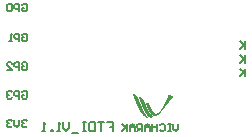
<source format=gbo>
G04*
G04 #@! TF.GenerationSoftware,Altium Limited,Altium Designer,23.8.1 (32)*
G04*
G04 Layer_Color=32896*
%FSLAX44Y44*%
%MOMM*%
G71*
G04*
G04 #@! TF.SameCoordinates,C9A30DB4-BB40-4B38-85DC-7C9B31114FAE*
G04*
G04*
G04 #@! TF.FilePolarity,Positive*
G04*
G01*
G75*
%ADD14C,0.1270*%
%ADD52C,0.2032*%
G36*
X149752Y41729D02*
X149813Y41711D01*
X149835Y41689D01*
X149884Y41649D01*
X150060Y41640D01*
X150122Y41623D01*
X150139Y41605D01*
X150157Y41596D01*
X150175Y41579D01*
X150219Y41570D01*
X150333Y41561D01*
X150377Y41543D01*
X150399Y41522D01*
X150448Y41482D01*
X150510Y41473D01*
X150554Y41455D01*
X150571Y41447D01*
X150602Y41416D01*
X150659Y41394D01*
X150730Y41376D01*
X150752Y41354D01*
X150761Y41336D01*
X150805Y41275D01*
X150853Y41235D01*
X150941Y41226D01*
X150976Y41217D01*
X150998Y41178D01*
X151029Y41147D01*
X151047Y41138D01*
X151078Y41107D01*
X151087Y41090D01*
X151117Y41059D01*
X151135Y41050D01*
X151184Y41002D01*
X151192Y40984D01*
X151214Y40971D01*
X151267Y40962D01*
X151302Y40953D01*
X151333Y40922D01*
X151382Y40883D01*
X151399Y40874D01*
X151421Y40843D01*
X151430Y40825D01*
X151470Y40795D01*
X151488Y40786D01*
X151501Y40773D01*
X151510Y40755D01*
X151540Y40724D01*
X151558Y40715D01*
X151576Y40698D01*
X151611Y40645D01*
X151629Y40636D01*
X151646Y40618D01*
X151690Y40566D01*
X151708Y40557D01*
X151725Y40539D01*
X151743Y40530D01*
X151765Y40499D01*
X151774Y40482D01*
X151805Y40460D01*
X151822Y40451D01*
X151866Y40389D01*
X151884Y40380D01*
X151924Y40341D01*
X151946Y40310D01*
X151963Y40301D01*
X151981Y40283D01*
X151999Y40275D01*
X152003Y40262D01*
X152021Y40244D01*
X152029Y40226D01*
X152043Y40222D01*
X152060Y40204D01*
X152078Y40195D01*
X152100Y40164D01*
X152109Y40147D01*
X152122Y40134D01*
X152140Y40125D01*
X152170Y40094D01*
X152192Y40063D01*
X152236Y40037D01*
X152267Y40006D01*
X152276Y39900D01*
X152307Y39869D01*
X152325Y39861D01*
X152347Y39830D01*
X152355Y39812D01*
X152377Y39790D01*
X152395Y39781D01*
X152430Y39746D01*
X152439Y39702D01*
X152448Y39649D01*
X152492Y39623D01*
X152523Y39583D01*
X152532Y39565D01*
X152554Y39543D01*
X152571Y39534D01*
X152593Y39513D01*
X152620Y39469D01*
X152633Y39455D01*
X152677Y39429D01*
X152699Y39407D01*
X152708Y39310D01*
X152730Y39288D01*
X152770Y39239D01*
X152778Y39222D01*
X152849Y39151D01*
X152866Y39107D01*
X152884Y39046D01*
X152897Y39032D01*
X152915Y39023D01*
X152946Y38993D01*
X152955Y38975D01*
X152972Y38957D01*
X152981Y38940D01*
X153012Y38909D01*
X153034Y38852D01*
X153052Y38808D01*
X153087Y38772D01*
X153113Y38728D01*
X153122Y38693D01*
X153140Y38631D01*
X153166Y38605D01*
X153193Y38561D01*
X153232Y38521D01*
X153250Y38512D01*
X153281Y38482D01*
X153289Y38393D01*
X153298Y38358D01*
X153329Y38336D01*
X153347Y38327D01*
X153360Y38314D01*
X153369Y38235D01*
X153382Y38195D01*
X153430Y38164D01*
X153457Y38120D01*
X153466Y38032D01*
X153492Y38006D01*
X153576Y37975D01*
X153589Y37962D01*
X153602Y37931D01*
X153615Y37847D01*
X153633Y37777D01*
X153677Y37741D01*
X153699Y37711D01*
X153712Y37627D01*
X153743Y37596D01*
X153761Y37587D01*
X153792Y37556D01*
X153800Y37486D01*
X153809Y37451D01*
X153840Y37420D01*
X153858Y37411D01*
X153871Y37398D01*
X153880Y37318D01*
X153897Y37257D01*
X153911Y37252D01*
X153950Y37213D01*
X153959Y37081D01*
X153977Y37019D01*
X154038Y36957D01*
X154065Y36851D01*
X154118Y36799D01*
X154127Y36728D01*
X154144Y36666D01*
X154175Y36644D01*
X154193Y36636D01*
X154215Y36596D01*
X154232Y36525D01*
X154259Y36481D01*
X154294Y36420D01*
X154303Y36305D01*
X154320Y36244D01*
X154347Y36217D01*
X154351Y36213D01*
X154364Y36199D01*
X154391Y36129D01*
X154400Y36094D01*
X154422Y36072D01*
X154439Y36063D01*
X154461Y36041D01*
X154479Y35917D01*
X154510Y35887D01*
X154527Y35878D01*
X154549Y35847D01*
X154558Y35671D01*
X154589Y35640D01*
X154607Y35631D01*
X154629Y35609D01*
X154638Y35486D01*
X154646Y35424D01*
X154660Y35411D01*
X154677Y35402D01*
X154717Y35362D01*
X154726Y35283D01*
X154734Y35248D01*
X154787Y35195D01*
X154814Y35151D01*
X154805Y35027D01*
X154814Y34992D01*
X154836Y34970D01*
X154853Y34961D01*
X154884Y34931D01*
X154893Y34781D01*
X154911Y34737D01*
X154942Y34715D01*
X154959Y34706D01*
X154972Y34693D01*
X154981Y34534D01*
X154999Y34472D01*
X155034Y34420D01*
X155061Y34349D01*
X155078Y34243D01*
X155140Y34146D01*
X155149Y34005D01*
X155166Y33961D01*
X155179Y33957D01*
X155228Y33909D01*
X155237Y33812D01*
X155246Y33750D01*
X155263Y33706D01*
X155276Y33702D01*
X155316Y33635D01*
X155325Y33538D01*
X155334Y33477D01*
X155356Y33455D01*
X155395Y33406D01*
X155404Y33212D01*
X155435Y33182D01*
X155453Y33173D01*
X155475Y33151D01*
X155483Y33080D01*
X155492Y33045D01*
X155514Y33023D01*
X155532Y33014D01*
X155567Y32979D01*
X155580Y32913D01*
X155589Y32878D01*
X155602Y32864D01*
X155620Y32856D01*
X155651Y32825D01*
X155660Y32728D01*
X155668Y32692D01*
X155682Y32679D01*
X155699Y32671D01*
X155730Y32640D01*
X155739Y32516D01*
X155757Y32446D01*
X155770Y32433D01*
X155787Y32424D01*
X155809Y32402D01*
X155818Y32340D01*
X155836Y32270D01*
X155849Y32256D01*
X155867Y32248D01*
X155906Y32199D01*
X155915Y32111D01*
X155924Y32049D01*
X155977Y31997D01*
X155986Y31979D01*
X155995Y31952D01*
X155990Y31922D01*
X155995Y31864D01*
X156008Y31851D01*
X156052Y31825D01*
X156074Y31803D01*
X156083Y31706D01*
X156114Y31675D01*
X156131Y31666D01*
X156171Y31618D01*
X156162Y31547D01*
X156171Y31512D01*
X156210Y31481D01*
X156228Y31472D01*
X156241Y31459D01*
X156250Y31380D01*
X156259Y31344D01*
X156299Y31322D01*
X156334Y31278D01*
X156329Y31133D01*
X156342Y31093D01*
X156387Y31067D01*
X156417Y31027D01*
X156426Y31010D01*
X156457Y30979D01*
X156475Y30970D01*
X156488Y30957D01*
X156497Y30895D01*
X156514Y30833D01*
X156554Y30811D01*
X156567Y30798D01*
X156585Y30754D01*
X156576Y30728D01*
X156585Y30675D01*
X156624Y30644D01*
X156642Y30635D01*
X156664Y30613D01*
X156673Y30569D01*
X156682Y30507D01*
X156743Y30446D01*
X156752Y30402D01*
X156761Y30366D01*
X156774Y30327D01*
X156792Y30318D01*
X156823Y30287D01*
X156832Y30269D01*
X156840Y30234D01*
X156849Y30173D01*
X156911Y30111D01*
X156920Y29935D01*
X156951Y29904D01*
X156968Y29895D01*
X156981Y29882D01*
X157008Y29838D01*
X157030Y29816D01*
X157078Y29785D01*
X157096Y29741D01*
X157087Y29706D01*
X157100Y29657D01*
X157149Y29626D01*
X157175Y29582D01*
X157184Y29494D01*
X157206Y29472D01*
X157224Y29463D01*
X157254Y29432D01*
X157272Y29327D01*
X157334Y29265D01*
X157351Y29195D01*
X157369Y29150D01*
X157431Y29071D01*
X157439Y29053D01*
X157497Y29023D01*
X157510Y29001D01*
X157519Y28930D01*
X157528Y28895D01*
X157558Y28873D01*
X157576Y28864D01*
X157603Y28829D01*
X157611Y28723D01*
X157655Y28697D01*
X157677Y28675D01*
X157686Y28569D01*
X157708Y28547D01*
X157726Y28538D01*
X157757Y28507D01*
X157766Y28490D01*
X157783Y28472D01*
X157792Y28454D01*
X157814Y28441D01*
X157832Y28432D01*
X157845Y28419D01*
X157854Y28340D01*
X157863Y28305D01*
X157902Y28274D01*
X157942Y28225D01*
X157951Y28208D01*
X157964Y28194D01*
X157981Y28186D01*
X158012Y28155D01*
X158021Y28084D01*
X158034Y28045D01*
X158078Y28018D01*
X158109Y27987D01*
X158118Y27890D01*
X158158Y27851D01*
X158175Y27842D01*
X158188Y27829D01*
X158224Y27767D01*
X158263Y27727D01*
X158325Y27692D01*
X158351Y27657D01*
X158365Y27564D01*
X158418Y27511D01*
X158444Y27467D01*
X158457Y27454D01*
X158501Y27428D01*
X158523Y27406D01*
X158532Y27335D01*
X158541Y27300D01*
X158563Y27278D01*
X158581Y27269D01*
X158620Y27221D01*
X158629Y27203D01*
X158682Y27168D01*
X158708Y27124D01*
X158739Y27093D01*
X158757Y27084D01*
X158770Y27071D01*
X158779Y27027D01*
X158788Y26965D01*
X158836Y26925D01*
X158854Y26917D01*
X158885Y26860D01*
X158946Y26798D01*
X158955Y26736D01*
X158968Y26697D01*
X158986Y26688D01*
X159026Y26648D01*
X159034Y26630D01*
X159122Y26542D01*
X159131Y26525D01*
X159162Y26503D01*
X159180Y26494D01*
X159202Y26472D01*
X159211Y26454D01*
X159242Y26423D01*
X159285Y26370D01*
X159299Y26287D01*
X159321Y26265D01*
X159338Y26256D01*
X159369Y26225D01*
X159378Y26207D01*
X159409Y26177D01*
X159440Y26155D01*
X159448Y26137D01*
X159466Y26119D01*
X159475Y26102D01*
X159506Y26080D01*
X159523Y26071D01*
X159554Y26031D01*
X159603Y25991D01*
X159642Y25943D01*
X159651Y25926D01*
X159664Y25912D01*
X159682Y25903D01*
X159704Y25881D01*
X159753Y25842D01*
X159770Y25833D01*
X159792Y25802D01*
X159801Y25784D01*
X159832Y25754D01*
X159849Y25745D01*
X159889Y25696D01*
X159898Y25679D01*
X159929Y25657D01*
X159946Y25648D01*
X159960Y25635D01*
X159968Y25617D01*
X160008Y25577D01*
X160026Y25569D01*
X160039Y25555D01*
X160048Y25538D01*
X160096Y25489D01*
X160114Y25480D01*
X160127Y25467D01*
X160136Y25450D01*
X160175Y25410D01*
X160193Y25401D01*
X160224Y25361D01*
X160233Y25344D01*
X160264Y25322D01*
X160281Y25313D01*
X160294Y25300D01*
X160303Y25282D01*
X160343Y25243D01*
X160361Y25234D01*
X160382Y25212D01*
X160391Y25194D01*
X160431Y25155D01*
X160449Y25146D01*
X160462Y25133D01*
X160488Y25088D01*
X160501Y25075D01*
X160519Y25066D01*
X160550Y25036D01*
X160559Y25018D01*
X160598Y24978D01*
X160616Y24969D01*
X160638Y24947D01*
X160647Y24930D01*
X160695Y24890D01*
X160713Y24881D01*
X160731Y24855D01*
X160739Y24820D01*
X160753Y24771D01*
X160783Y24740D01*
X160801Y24732D01*
X160814Y24718D01*
X160823Y24701D01*
X160854Y24670D01*
X160872Y24661D01*
X160889Y24643D01*
X160907Y24635D01*
X160933Y24608D01*
X160951Y24599D01*
X160991Y24560D01*
X161017Y24516D01*
X160999Y24472D01*
X160942Y24414D01*
X160924Y24406D01*
X160898Y24379D01*
X160880Y24370D01*
X160832Y24322D01*
X160823Y24304D01*
X160775Y24256D01*
X160735Y24207D01*
X160726Y24172D01*
X160686Y24132D01*
X160669Y24123D01*
X160665Y24110D01*
X160647Y24093D01*
X160638Y24075D01*
X160625Y24062D01*
X160607Y24053D01*
X160581Y24027D01*
X160541Y23978D01*
X160493Y23965D01*
X160431Y23956D01*
X160387Y23912D01*
X160356Y23890D01*
X160321Y23881D01*
X160264Y23868D01*
X160211Y23833D01*
X160145Y23802D01*
X160087Y23789D01*
X160017Y23771D01*
X159960Y23749D01*
X159889Y23723D01*
X159854Y23714D01*
X159607Y23705D01*
X159537Y23696D01*
X159453Y23683D01*
X159426Y23674D01*
X159325Y23679D01*
X159242Y23692D01*
X159215Y23701D01*
X159012Y23709D01*
X158907Y23727D01*
X158858Y23749D01*
X158770Y23784D01*
X158726Y23793D01*
X158691Y23802D01*
X158642Y23815D01*
X158598Y23833D01*
X158550Y23855D01*
X158506Y23872D01*
X158413Y23886D01*
X158369Y23903D01*
X158321Y23952D01*
X158255Y23965D01*
X158210Y23983D01*
X158197Y24005D01*
X158188Y24022D01*
X158167Y24044D01*
X158096Y24053D01*
X158061Y24062D01*
X158008Y24115D01*
X157964Y24141D01*
X157893Y24212D01*
X157814Y24220D01*
X157792Y24242D01*
X157770Y24273D01*
X157708Y24309D01*
X157695Y24322D01*
X157669Y24366D01*
X157638Y24397D01*
X157563Y24436D01*
X157519Y24454D01*
X157462Y24476D01*
X157439Y24498D01*
X157431Y24516D01*
X157391Y24546D01*
X157374Y24555D01*
X157351Y24586D01*
X157343Y24604D01*
X157321Y24626D01*
X157303Y24635D01*
X157281Y24657D01*
X157254Y24701D01*
X157224Y24723D01*
X157206Y24732D01*
X157184Y24754D01*
X157175Y24771D01*
X157127Y24811D01*
X157109Y24820D01*
X157087Y24850D01*
X157078Y24868D01*
X157065Y24881D01*
X157047Y24890D01*
X157017Y24921D01*
X157008Y24939D01*
X156977Y24969D01*
X156959Y24978D01*
X156937Y25009D01*
X156929Y25027D01*
X156906Y25049D01*
X156862Y25075D01*
X156840Y25097D01*
X156832Y25115D01*
X156761Y25185D01*
X156752Y25203D01*
X156730Y25216D01*
X156699Y25238D01*
X156673Y25282D01*
X156642Y25313D01*
X156624Y25322D01*
X156585Y25370D01*
X156576Y25388D01*
X156554Y25410D01*
X156536Y25419D01*
X156506Y25450D01*
X156497Y25503D01*
X156488Y25538D01*
X156448Y25569D01*
X156409Y25617D01*
X156400Y25635D01*
X156387Y25648D01*
X156369Y25657D01*
X156329Y25705D01*
X156320Y25723D01*
X156290Y25745D01*
X156272Y25754D01*
X156259Y25767D01*
X156250Y25837D01*
X156241Y25873D01*
X156219Y25895D01*
X156188Y25917D01*
X156162Y25961D01*
X156140Y25983D01*
X156122Y25991D01*
X156091Y26022D01*
X156065Y26066D01*
X156043Y26089D01*
X156025Y26097D01*
X156008Y26115D01*
X155986Y26207D01*
X155964Y26230D01*
X155946Y26238D01*
X155906Y26296D01*
X155898Y26313D01*
X155867Y26335D01*
X155849Y26344D01*
X155827Y26375D01*
X155818Y26393D01*
X155805Y26406D01*
X155787Y26414D01*
X155752Y26450D01*
X155730Y26507D01*
X155686Y26551D01*
X155677Y26595D01*
X155664Y26644D01*
X155602Y26679D01*
X155580Y26701D01*
X155571Y26736D01*
X155563Y26798D01*
X155527Y26833D01*
X155483Y26895D01*
X155475Y26912D01*
X155453Y26925D01*
X155435Y26934D01*
X155404Y26965D01*
X155395Y27062D01*
X155382Y27075D01*
X155365Y27084D01*
X155325Y27124D01*
X155316Y27177D01*
X155298Y27238D01*
X155272Y27265D01*
X155246Y27309D01*
X155206Y27348D01*
X155188Y27357D01*
X155157Y27388D01*
X155149Y27423D01*
X155140Y27485D01*
X155118Y27507D01*
X155100Y27516D01*
X155069Y27547D01*
X155061Y27652D01*
X155038Y27675D01*
X155021Y27683D01*
X154990Y27714D01*
X154981Y27794D01*
X154968Y27833D01*
X154924Y27860D01*
X154893Y27890D01*
X154884Y27978D01*
X154823Y28040D01*
X154783Y28115D01*
X154739Y28168D01*
X154726Y28225D01*
X154712Y28265D01*
X154695Y28274D01*
X154677Y28291D01*
X154660Y28300D01*
X154651Y28318D01*
X154638Y28384D01*
X154629Y28419D01*
X154615Y28432D01*
X154598Y28441D01*
X154567Y28472D01*
X154558Y28560D01*
X154549Y28595D01*
X154527Y28617D01*
X154510Y28626D01*
X154488Y28648D01*
X154479Y28728D01*
X154461Y28772D01*
X154439Y28785D01*
X154422Y28793D01*
X154395Y28820D01*
X154382Y28886D01*
X154373Y28921D01*
X154351Y28943D01*
X154334Y28952D01*
X154312Y28974D01*
X154303Y29009D01*
X154294Y29097D01*
X154254Y29128D01*
X154237Y29137D01*
X154223Y29150D01*
X154206Y29274D01*
X154184Y29296D01*
X154166Y29305D01*
X154144Y29335D01*
X154135Y29397D01*
X154127Y29432D01*
X154104Y29454D01*
X154087Y29463D01*
X154056Y29494D01*
X154047Y29556D01*
X154038Y29591D01*
X153994Y29635D01*
X153959Y29697D01*
X153919Y29728D01*
X153902Y29736D01*
X153889Y29750D01*
X153880Y29820D01*
X153871Y29855D01*
X153840Y29886D01*
X153822Y29895D01*
X153805Y29921D01*
X153792Y29979D01*
X153783Y30014D01*
X153726Y30071D01*
X153704Y30164D01*
X153695Y30199D01*
X153668Y30225D01*
X153624Y30305D01*
X153589Y30384D01*
X153567Y30415D01*
X153545Y30472D01*
X153527Y30534D01*
X153505Y30556D01*
X153488Y30565D01*
X153466Y30587D01*
X153457Y30657D01*
X153435Y30714D01*
X153417Y30723D01*
X153386Y30754D01*
X153373Y30785D01*
X153364Y30838D01*
X153369Y30895D01*
X153360Y30957D01*
X153307Y31010D01*
X153298Y31027D01*
X153250Y31067D01*
X153232Y31076D01*
X153210Y31098D01*
X153201Y31247D01*
X153179Y31305D01*
X153126Y31393D01*
X153104Y31450D01*
X153078Y31477D01*
X153069Y31494D01*
X153052Y31512D01*
X153038Y31543D01*
X153025Y31591D01*
X152959Y31684D01*
X152946Y31767D01*
X152937Y31803D01*
X152915Y31825D01*
X152897Y31833D01*
X152875Y31855D01*
X152862Y31886D01*
X152866Y31944D01*
X152853Y31983D01*
X152809Y32010D01*
X152787Y32032D01*
X152778Y32111D01*
X152770Y32146D01*
X152739Y32168D01*
X152721Y32177D01*
X152704Y32204D01*
X152690Y32287D01*
X152677Y32327D01*
X152659Y32336D01*
X152624Y32371D01*
X152611Y32419D01*
X152593Y32481D01*
X152554Y32503D01*
X152532Y32525D01*
X152523Y32648D01*
X152501Y32671D01*
X152483Y32679D01*
X152452Y32710D01*
X152444Y32737D01*
X152435Y32825D01*
X152373Y32886D01*
X152364Y32904D01*
X152355Y32939D01*
X152364Y33027D01*
X152355Y33063D01*
X152342Y33076D01*
X152298Y33102D01*
X152276Y33124D01*
X152267Y33239D01*
X152228Y33270D01*
X152210Y33279D01*
X152188Y33318D01*
X152179Y33406D01*
X152148Y33437D01*
X152131Y33446D01*
X152109Y33477D01*
X152100Y33591D01*
X152091Y33653D01*
X152047Y33697D01*
X152025Y33728D01*
X152012Y33820D01*
X151981Y33851D01*
X151963Y33860D01*
X151941Y33891D01*
X151932Y33970D01*
X151924Y34005D01*
X151910Y34019D01*
X151893Y34028D01*
X151880Y34041D01*
X151853Y34085D01*
X151844Y34146D01*
X151836Y34182D01*
X151822Y34195D01*
X151805Y34204D01*
X151774Y34243D01*
X151765Y34384D01*
X151756Y34420D01*
X151712Y34455D01*
X151690Y34486D01*
X151677Y34560D01*
X151664Y34600D01*
X151620Y34627D01*
X151607Y34640D01*
X151598Y34719D01*
X151580Y34781D01*
X151558Y34794D01*
X151540Y34803D01*
X151518Y34825D01*
X151510Y34939D01*
X151501Y35001D01*
X151479Y35023D01*
X151435Y35076D01*
X151421Y35151D01*
X151408Y35191D01*
X151391Y35199D01*
X151351Y35239D01*
X151333Y35362D01*
X151311Y35384D01*
X151294Y35393D01*
X151272Y35415D01*
X151263Y35512D01*
X151254Y35574D01*
X151236Y35618D01*
X151210Y35635D01*
X151179Y35684D01*
X151166Y35741D01*
X151148Y35785D01*
X151135Y35798D01*
X151117Y35807D01*
X151104Y35821D01*
X151087Y35944D01*
X151065Y35966D01*
X151047Y35975D01*
X151007Y36014D01*
X150998Y36111D01*
X150990Y36147D01*
X150946Y36244D01*
X150937Y36279D01*
X150919Y36323D01*
X150910Y36358D01*
X150857Y36411D01*
X150831Y36455D01*
X150822Y36481D01*
X150831Y36552D01*
X150840Y36578D01*
X150827Y36627D01*
X150783Y36653D01*
X150752Y36693D01*
X150743Y36781D01*
X150673Y36851D01*
X150664Y37010D01*
X150642Y37058D01*
X150624Y37067D01*
X150611Y37081D01*
X150589Y37111D01*
X150576Y37186D01*
X150562Y37226D01*
X150545Y37235D01*
X150523Y37257D01*
X150501Y37288D01*
X150487Y37362D01*
X150479Y37398D01*
X150426Y37451D01*
X150417Y37530D01*
X150408Y37592D01*
X150399Y37627D01*
X150377Y37649D01*
X150338Y37697D01*
X150329Y37741D01*
X150311Y37803D01*
X150289Y37825D01*
X150250Y37874D01*
X150241Y37997D01*
X150232Y38032D01*
X150223Y38059D01*
X150214Y38076D01*
X150197Y38094D01*
X150188Y38112D01*
X150175Y38125D01*
X150153Y38226D01*
X150131Y38248D01*
X150113Y38257D01*
X150086Y38283D01*
X150073Y38332D01*
X150056Y38402D01*
X150042Y38416D01*
X150025Y38424D01*
X149994Y38455D01*
X149985Y38543D01*
X149994Y38570D01*
X149990Y38653D01*
X149928Y38689D01*
X149915Y38702D01*
X149906Y38825D01*
X149897Y38860D01*
X149875Y38909D01*
X149835Y38957D01*
X149818Y39037D01*
X149809Y39072D01*
X149787Y39112D01*
X149769Y39120D01*
X149756Y39142D01*
X149743Y39173D01*
X149734Y39217D01*
X149739Y39301D01*
X149725Y39341D01*
X149681Y39367D01*
X149659Y39389D01*
X149650Y39477D01*
X149642Y39513D01*
X149611Y39587D01*
X149562Y39724D01*
X149545Y39768D01*
X149505Y39808D01*
X149487Y39852D01*
X149465Y39909D01*
X149443Y39931D01*
X149404Y39980D01*
X149395Y40138D01*
X149386Y40173D01*
X149364Y40195D01*
X149324Y40244D01*
X149316Y40288D01*
X149298Y40350D01*
X149276Y40372D01*
X149258Y40380D01*
X149236Y40411D01*
X149219Y40482D01*
X149227Y40508D01*
X149219Y40588D01*
X149188Y40618D01*
X149148Y40667D01*
X149139Y40737D01*
X149122Y40781D01*
X149108Y40795D01*
X149069Y40843D01*
X149060Y40966D01*
X149042Y41028D01*
X149029Y41041D01*
X149011Y41050D01*
X148972Y41107D01*
X148981Y41284D01*
X148954Y41345D01*
X148945Y41363D01*
X148923Y41385D01*
X148906Y41429D01*
X148875Y41627D01*
X148866Y41654D01*
X148875Y41707D01*
X148888Y41720D01*
X148919Y41733D01*
X149144Y41729D01*
X149170Y41737D01*
X149752Y41729D01*
D02*
G37*
G36*
X174578Y43645D02*
X174648Y43601D01*
X174705Y43588D01*
X174771Y43548D01*
X174815Y43531D01*
X174851Y43522D01*
X174904Y43513D01*
X174948Y43504D01*
X174996Y43491D01*
X175014Y43473D01*
X175031Y43464D01*
X175036Y43451D01*
X175111Y43376D01*
X175128Y43368D01*
X175142Y43354D01*
X175234Y43332D01*
X175274Y43292D01*
X175282Y43275D01*
X175296Y43262D01*
X175348Y43244D01*
X175357Y43253D01*
X175419Y43244D01*
X175450Y43204D01*
X175459Y43187D01*
X175481Y43174D01*
X175498Y43165D01*
X175511Y43152D01*
X175542Y43103D01*
X175573Y43081D01*
X175666Y43085D01*
X175697Y43055D01*
X175705Y43037D01*
X175736Y43006D01*
X175754Y42997D01*
X175785Y42966D01*
X175793Y42949D01*
X175816Y42927D01*
X175842Y42918D01*
X175851D01*
X175939Y42909D01*
X175965Y42883D01*
X175987Y42790D01*
X176014Y42773D01*
X176115Y42751D01*
X176177Y42733D01*
X176212Y42698D01*
X176243Y42676D01*
X176291Y42663D01*
X176353Y42645D01*
X176366Y42632D01*
X176375Y42614D01*
X176450Y42557D01*
X176468Y42548D01*
X176503Y42513D01*
X176534Y42499D01*
X176591Y42486D01*
X176613Y42464D01*
X176622Y42447D01*
X176653Y42416D01*
X176679Y42407D01*
X176767Y42398D01*
X176798Y42359D01*
X176807Y42341D01*
X176829Y42328D01*
X176847Y42319D01*
X176886Y42279D01*
X176895Y42262D01*
X176908Y42248D01*
X176996Y42240D01*
X177031Y42231D01*
X177062Y42182D01*
X177071Y42165D01*
X177111Y42143D01*
X177173Y42081D01*
X177243Y42072D01*
X177278Y42063D01*
X177291Y42050D01*
X177322Y42002D01*
X177366Y41975D01*
X177397Y41944D01*
X177406Y41927D01*
X177428Y41905D01*
X177498Y41896D01*
X177534Y41887D01*
X177556Y41865D01*
X177565Y41848D01*
X177595Y41825D01*
X177613Y41817D01*
X177626Y41803D01*
X177661Y41742D01*
X177684Y41720D01*
X177701Y41711D01*
X177728Y41684D01*
X177745Y41676D01*
X177763Y41658D01*
X177780Y41649D01*
X177829Y41627D01*
X177877Y41588D01*
X177908Y41565D01*
X177943Y41557D01*
X177987Y41548D01*
X177983Y41403D01*
X177939Y41394D01*
X177926Y41381D01*
X177891Y41319D01*
X177873Y41301D01*
X177811Y41222D01*
X177803Y41204D01*
X177789Y41191D01*
X177750Y41143D01*
X177732Y41072D01*
X177723Y41010D01*
X177701Y40988D01*
X177684Y40980D01*
X177635Y40914D01*
X177626Y40896D01*
X177613Y40891D01*
X177573Y40852D01*
X177565Y40834D01*
X177542Y40812D01*
X177525Y40803D01*
X177507Y40786D01*
X177468Y40737D01*
X177459Y40720D01*
X177446Y40715D01*
X177424Y40693D01*
X177402Y40662D01*
X177388Y40614D01*
X177371Y40570D01*
X177335Y40508D01*
X177327Y40490D01*
X177305Y40477D01*
X177261Y40460D01*
X177247Y40447D01*
X177212Y40385D01*
X177181Y40363D01*
X177164Y40354D01*
X177150Y40341D01*
X177142Y40244D01*
X177111Y40213D01*
X177093Y40204D01*
X177062Y40173D01*
X177054Y40156D01*
X177023Y40125D01*
X177005Y40116D01*
X176983Y40094D01*
X176974Y40076D01*
X176935Y40037D01*
X176917Y40028D01*
X176904Y40015D01*
X176877Y39971D01*
X176864Y39957D01*
X176847Y39949D01*
X176833Y39936D01*
X176807Y39891D01*
X176798Y39856D01*
X176789Y39830D01*
X176780Y39812D01*
X176749Y39781D01*
X176710Y39733D01*
X176701Y39715D01*
X176688Y39702D01*
X176670Y39693D01*
X176622Y39645D01*
X176613Y39627D01*
X176586Y39601D01*
X176565Y39570D01*
X176547Y39561D01*
X176529Y39543D01*
X176512Y39534D01*
X176476Y39499D01*
X176463Y39424D01*
X176454Y39389D01*
X176384Y39319D01*
X176335Y39279D01*
X176296Y39230D01*
X176287Y39213D01*
X176274Y39200D01*
X176256Y39191D01*
X176216Y39151D01*
X176208Y39134D01*
X176177Y39103D01*
X176159Y39094D01*
X176128Y39063D01*
X176119Y38975D01*
X176098Y38953D01*
X176080Y38944D01*
X176040Y38905D01*
X176031Y38887D01*
X176009Y38865D01*
X175965Y38838D01*
X175943Y38808D01*
X175926Y38737D01*
X175904Y38715D01*
X175868Y38706D01*
X175820Y38693D01*
X175776Y38614D01*
X175732Y38570D01*
X175705Y38526D01*
X175697Y38464D01*
X175683Y38451D01*
X175666Y38442D01*
X175626Y38402D01*
X175617Y38385D01*
X175595Y38363D01*
X175578Y38354D01*
X175538Y38314D01*
X175529Y38296D01*
X175507Y38275D01*
X175490Y38266D01*
X175467Y38244D01*
X175432Y38182D01*
X175410Y38160D01*
X175393Y38151D01*
X175371Y38103D01*
X175362Y38041D01*
X175322Y38010D01*
X175305Y38001D01*
X175282Y37970D01*
X175274Y37953D01*
X175234Y37922D01*
X175194Y37874D01*
X175186Y37856D01*
X175163Y37843D01*
X175146Y37834D01*
X175133Y37821D01*
X175106Y37777D01*
X175075Y37746D01*
X175058Y37737D01*
X175040Y37711D01*
X175027Y37627D01*
X174987Y37587D01*
X174970Y37578D01*
X174948Y37548D01*
X174939Y37530D01*
X174926Y37517D01*
X174908Y37508D01*
X174860Y37459D01*
X174851Y37442D01*
X174837Y37429D01*
X174793Y37402D01*
X174780Y37389D01*
X174771Y37301D01*
X174754Y37257D01*
X174732Y37226D01*
X174714Y37217D01*
X174697Y37199D01*
X174652Y37173D01*
X174622Y37142D01*
X174613Y37125D01*
X174564Y37076D01*
X174547Y37067D01*
X174525Y37036D01*
X174516Y37019D01*
X174503Y37006D01*
X174485Y36997D01*
X174437Y36948D01*
X174428Y36931D01*
X174406Y36909D01*
X174388Y36900D01*
X174357Y36869D01*
X174348Y36799D01*
X174335Y36759D01*
X174291Y36732D01*
X174278Y36719D01*
X174269Y36702D01*
X174251Y36684D01*
X174203Y36644D01*
X174185Y36636D01*
X174163Y36605D01*
X174155Y36587D01*
X174128Y36561D01*
X174102Y36517D01*
X174062Y36477D01*
X174044Y36468D01*
X174018Y36424D01*
X174005Y36376D01*
X173987Y36332D01*
X173965Y36318D01*
X173948Y36310D01*
X173934Y36296D01*
X173899Y36235D01*
X173833Y36169D01*
X173815Y36160D01*
X173771Y36116D01*
X173758Y36050D01*
X173749Y36014D01*
X173727Y35992D01*
X173710Y35984D01*
X173670Y35944D01*
X173661Y35926D01*
X173639Y35904D01*
X173622Y35896D01*
X173591Y35856D01*
X173582Y35838D01*
X173569Y35825D01*
X173551Y35816D01*
X173511Y35777D01*
X173503Y35759D01*
X173472Y35728D01*
X173454Y35719D01*
X173414Y35671D01*
X173406Y35653D01*
X173392Y35640D01*
X173375Y35631D01*
X173348Y35605D01*
X173326Y35547D01*
X173309Y35503D01*
X173287Y35490D01*
X173243Y35437D01*
X173229Y35389D01*
X173221Y35354D01*
X173199Y35331D01*
X173119Y35314D01*
X173093Y35287D01*
X173071Y35230D01*
X173040Y35199D01*
X173022Y35191D01*
X173009Y35168D01*
X173000Y35133D01*
X172983Y35072D01*
X172969Y35067D01*
X172952Y35050D01*
X172934Y35041D01*
X172930Y35027D01*
X172912Y35010D01*
X172903Y34992D01*
X172864Y34961D01*
X172846Y34953D01*
X172824Y34922D01*
X172815Y34904D01*
X172802Y34891D01*
X172784Y34882D01*
X172762Y34860D01*
X172727Y34799D01*
X172714Y34785D01*
X172696Y34776D01*
X172674Y34754D01*
X172666Y34710D01*
X172648Y34649D01*
X172591Y34609D01*
X172555Y34556D01*
X172538Y34547D01*
X172498Y34508D01*
X172489Y34490D01*
X172458Y34459D01*
X172441Y34450D01*
X172419Y34428D01*
X172392Y34384D01*
X172370Y34362D01*
X172353Y34353D01*
X172331Y34332D01*
X172322Y34270D01*
X172313Y34234D01*
X172291Y34213D01*
X172273Y34204D01*
X172234Y34155D01*
X172225Y34138D01*
X172194Y34116D01*
X172176Y34107D01*
X172154Y34076D01*
X172146Y34058D01*
X172097Y34019D01*
X172080Y34010D01*
X172066Y33988D01*
X172057Y33970D01*
X172044Y33957D01*
X172013Y33935D01*
X171991Y33904D01*
X171978Y33856D01*
X171947Y33781D01*
X171912Y33728D01*
X171850Y33693D01*
X171837Y33679D01*
X171811Y33635D01*
X171798Y33622D01*
X171780Y33613D01*
X171731Y33565D01*
X171723Y33547D01*
X171701Y33525D01*
X171683Y33516D01*
X171652Y33486D01*
X171643Y33415D01*
X171630Y33375D01*
X171586Y33349D01*
X171573Y33336D01*
X171564Y33318D01*
X171546Y33300D01*
X171538Y33283D01*
X171524Y33279D01*
X171476Y33230D01*
X171467Y33212D01*
X171406Y33151D01*
X171392Y33120D01*
X171379Y33063D01*
X171348Y33032D01*
X171308Y32983D01*
X171300Y32966D01*
X171141Y32807D01*
X171132Y32789D01*
X171110Y32767D01*
X171093Y32759D01*
X171062Y32728D01*
X171053Y32710D01*
X171005Y32671D01*
X170987Y32662D01*
X170974Y32648D01*
X170965Y32631D01*
X170956Y32543D01*
X170925Y32512D01*
X170908Y32503D01*
X170894Y32490D01*
X170886Y32472D01*
X170837Y32424D01*
X170819Y32415D01*
X170815Y32402D01*
X170798Y32384D01*
X170789Y32366D01*
X170776Y32353D01*
X170758Y32345D01*
X170740Y32327D01*
X170701Y32278D01*
X170692Y32261D01*
X170679Y32256D01*
X170639Y32217D01*
X170626Y32186D01*
X170613Y32137D01*
X170538Y32062D01*
X170511Y31966D01*
X170467Y31939D01*
X170405Y31922D01*
X170388Y31904D01*
X170379Y31860D01*
X170383Y31820D01*
X170375Y31785D01*
X170352Y31763D01*
X170335Y31754D01*
X170295Y31714D01*
X170286Y31697D01*
X170273Y31684D01*
X170256Y31675D01*
X170216Y31635D01*
X170207Y31618D01*
X170168Y31578D01*
X170150Y31569D01*
X170128Y31547D01*
X170119Y31530D01*
X170079Y31490D01*
X170062Y31481D01*
X170049Y31468D01*
X170040Y31388D01*
X170026Y31349D01*
X169982Y31322D01*
X169952Y31283D01*
X169943Y31265D01*
X169903Y31234D01*
X169886Y31226D01*
X169850Y31173D01*
X169833Y31164D01*
X169802Y31133D01*
X169775Y31089D01*
X169753Y31067D01*
X169736Y31058D01*
X169705Y31027D01*
X169696Y30965D01*
X169687Y30930D01*
X169656Y30900D01*
X169639Y30891D01*
X169634Y30877D01*
X169595Y30838D01*
X169577Y30829D01*
X169559Y30811D01*
X169520Y30763D01*
X169511Y30745D01*
X169489Y30732D01*
X169471Y30723D01*
X169441Y30684D01*
X169432Y30666D01*
X169401Y30644D01*
X169383Y30635D01*
X169370Y30622D01*
X169361Y30604D01*
X169344Y30587D01*
X169335Y30569D01*
X169322Y30565D01*
X169286Y30529D01*
X169264Y30437D01*
X169229Y30384D01*
X169220Y30366D01*
X169189Y30336D01*
X169145Y30309D01*
X169123Y30287D01*
X169114Y30269D01*
X169088Y30243D01*
X169040Y30203D01*
X169004Y30150D01*
X168987Y30142D01*
X168947Y30102D01*
X168938Y30058D01*
X168930Y29996D01*
X168899Y29974D01*
X168881Y29965D01*
X168859Y29943D01*
X168850Y29926D01*
X168802Y29886D01*
X168784Y29877D01*
X168745Y29829D01*
X168683Y29750D01*
X168674Y29732D01*
X168661Y29719D01*
X168643Y29710D01*
X168617Y29683D01*
X168599Y29639D01*
X168586Y29582D01*
X168515Y29512D01*
X168493Y29481D01*
X168463Y29459D01*
X168454Y29441D01*
X168427Y29415D01*
X168418Y29397D01*
X168405Y29393D01*
X168348Y29335D01*
X168339Y29318D01*
X168300Y29287D01*
X168282Y29278D01*
X168260Y29256D01*
X168251Y29159D01*
X168229Y29137D01*
X168211Y29128D01*
X168189Y29106D01*
X168181Y29089D01*
X168101Y29009D01*
X168092Y28992D01*
X168044Y28952D01*
X168026Y28943D01*
X167982Y28873D01*
X167965Y28864D01*
X167934Y28833D01*
X167921Y28802D01*
X167907Y28754D01*
X167837Y28683D01*
X167824Y28653D01*
X167810Y28586D01*
X167788Y28565D01*
X167736Y28556D01*
X167691Y28538D01*
X167647Y28450D01*
X167617Y28428D01*
X167595Y28397D01*
X167581Y28349D01*
X167573Y28313D01*
X167551Y28291D01*
X167533Y28282D01*
X167511Y28261D01*
X167502Y28243D01*
X167462Y28203D01*
X167445Y28194D01*
X167423Y28172D01*
X167414Y28155D01*
X167383Y28124D01*
X167352Y28102D01*
X167317Y28040D01*
X167255Y27978D01*
X167246Y27926D01*
X167238Y27890D01*
X167220Y27873D01*
X167167Y27838D01*
X167158Y27820D01*
X167141Y27802D01*
X167132Y27785D01*
X167119Y27780D01*
X167088Y27741D01*
X167079Y27723D01*
X167048Y27692D01*
X167031Y27683D01*
X167000Y27652D01*
X166991Y27635D01*
X166925Y27586D01*
X166890Y27534D01*
X166872Y27525D01*
X166832Y27485D01*
X166824Y27467D01*
X166784Y27428D01*
X166766Y27419D01*
X166753Y27406D01*
X166735Y27362D01*
X166727Y27300D01*
X166696Y27269D01*
X166678Y27260D01*
X166647Y27203D01*
X166616Y27172D01*
X166599Y27163D01*
X166528Y27146D01*
X166515Y27133D01*
X166498Y27053D01*
X166484Y27040D01*
X166453Y27018D01*
X166348Y27009D01*
X166321Y26965D01*
X166299Y26943D01*
X166282Y26934D01*
X166242Y26895D01*
X166220Y26864D01*
X166176Y26837D01*
X166154Y26815D01*
X166145Y26798D01*
X166105Y26758D01*
X166088Y26749D01*
X166066Y26727D01*
X166057Y26710D01*
X166026Y26679D01*
X165947Y26670D01*
X165912Y26661D01*
X165898Y26639D01*
X165890Y26622D01*
X165868Y26600D01*
X165850Y26591D01*
X165810Y26551D01*
X165802Y26533D01*
X165788Y26520D01*
X165727Y26485D01*
X165704Y26454D01*
X165696Y26437D01*
X165674Y26423D01*
X165621Y26414D01*
X165581Y26401D01*
X165572Y26384D01*
X165550Y26362D01*
X165506Y26335D01*
X165467Y26296D01*
X165458Y26278D01*
X165436Y26256D01*
X165365Y26247D01*
X165330Y26238D01*
X165317Y26225D01*
X165295Y26194D01*
X165251Y26168D01*
X165224Y26141D01*
X165189Y26089D01*
X165101Y26080D01*
X165066Y26071D01*
X165044Y26049D01*
X165035Y26031D01*
X165013Y26009D01*
X164934Y26000D01*
X164890Y25983D01*
X164876Y25961D01*
X164867Y25943D01*
X164828Y25912D01*
X164748Y25903D01*
X164727Y25881D01*
X164704Y25851D01*
X164687Y25842D01*
X164674Y25828D01*
X164608Y25815D01*
X164502Y25798D01*
X164484Y25771D01*
X164467Y25763D01*
X164453Y25749D01*
X164343Y25736D01*
X164295Y25714D01*
X164246Y25674D01*
X164176Y25648D01*
X164132Y25630D01*
X164118Y25617D01*
X164070Y25577D01*
X163771Y25569D01*
X163709Y25551D01*
X163682Y25525D01*
X163652Y25503D01*
X163616Y25494D01*
X163493Y25485D01*
X163330Y25489D01*
X163295Y25480D01*
X163273Y25459D01*
X163264Y25441D01*
X163224Y25410D01*
X162775Y25401D01*
X162748Y25392D01*
X162167Y25401D01*
X162079Y25410D01*
X161969Y25459D01*
X161924Y25476D01*
X161858Y25489D01*
X161691Y25480D01*
X161656Y25489D01*
X161594Y25507D01*
X161568Y25533D01*
X161524Y25560D01*
X161436Y25569D01*
X161321Y25577D01*
X161259Y25595D01*
X161246Y25608D01*
X161198Y25648D01*
X161065Y25657D01*
X161004Y25666D01*
X160968Y25701D01*
X160889Y25745D01*
X160841Y25767D01*
X160792Y25807D01*
X160722Y25833D01*
X160686Y25842D01*
X160643Y25859D01*
X160532Y25970D01*
X160488Y25987D01*
X160431Y26000D01*
X160418Y26014D01*
X160409Y26031D01*
X160378Y26062D01*
X160334Y26089D01*
X160316Y26106D01*
X160281Y26159D01*
X160202Y26168D01*
X160167Y26177D01*
X160145Y26207D01*
X160136Y26225D01*
X160087Y26256D01*
X160070Y26265D01*
X160056Y26278D01*
X160048Y26296D01*
X160017Y26326D01*
X159999Y26335D01*
X159960Y26393D01*
X159911Y26432D01*
X159872Y26481D01*
X159863Y26498D01*
X159823Y26520D01*
X159770Y26529D01*
X159748Y26551D01*
X159731Y26630D01*
X159673Y26670D01*
X159656Y26679D01*
X159634Y26710D01*
X159625Y26727D01*
X159612Y26741D01*
X159594Y26749D01*
X159554Y26789D01*
X159545Y26807D01*
X159515Y26837D01*
X159497Y26846D01*
X159466Y26877D01*
X159457Y26948D01*
X159448Y26983D01*
X159435Y26987D01*
X159404Y27018D01*
X159378Y27062D01*
X159356Y27084D01*
X159338Y27093D01*
X159299Y27133D01*
X159290Y27150D01*
X159268Y27172D01*
X159250Y27181D01*
X159219Y27212D01*
X159202Y27291D01*
X159193Y27327D01*
X159153Y27357D01*
X159136Y27366D01*
X159109Y27393D01*
X159070Y27441D01*
X159056Y27472D01*
X159043Y27529D01*
X159034Y27564D01*
X158973Y27626D01*
X158964Y27644D01*
X158942Y27666D01*
X158880Y27701D01*
X158858Y27732D01*
X158867Y27794D01*
X158854Y27833D01*
X158810Y27860D01*
X158788Y27882D01*
X158779Y27987D01*
X158757Y28009D01*
X158739Y28018D01*
X158708Y28058D01*
X158700Y28075D01*
X158686Y28089D01*
X158638Y28119D01*
X158611Y28163D01*
X158616Y28203D01*
X158611Y28243D01*
X158589Y28265D01*
X158572Y28274D01*
X158550Y28296D01*
X158523Y28340D01*
X158501Y28362D01*
X158484Y28371D01*
X158462Y28393D01*
X158453Y28472D01*
X158435Y28516D01*
X158396Y28538D01*
X158378Y28547D01*
X158338Y28604D01*
X158329Y28622D01*
X158294Y28657D01*
X158285Y28710D01*
X158268Y28772D01*
X158246Y28785D01*
X158228Y28793D01*
X158206Y28816D01*
X158197Y28833D01*
X158188Y28921D01*
X158149Y28952D01*
X158131Y28961D01*
X158087Y29032D01*
X158070Y29040D01*
X158039Y29071D01*
X158030Y29150D01*
X158021Y29186D01*
X157999Y29208D01*
X157981Y29216D01*
X157951Y29247D01*
X157937Y29278D01*
X157924Y29335D01*
X157880Y29379D01*
X157845Y29441D01*
X157832Y29454D01*
X157814Y29463D01*
X157774Y29503D01*
X157766Y29573D01*
X157748Y29617D01*
X157722Y29635D01*
X157699Y29666D01*
X157686Y29767D01*
X157673Y29780D01*
X157611Y29816D01*
X157598Y29838D01*
X157603Y29913D01*
X157598Y29952D01*
X157541Y29983D01*
X157528Y29996D01*
X157519Y30049D01*
X157510Y30111D01*
X157470Y30142D01*
X157453Y30150D01*
X157439Y30173D01*
X157431Y30252D01*
X157413Y30296D01*
X157400Y30300D01*
X157378Y30322D01*
X157356Y30353D01*
X157343Y30437D01*
X157329Y30450D01*
X157285Y30477D01*
X157268Y30485D01*
X157254Y30516D01*
X157263Y30596D01*
X157254Y30631D01*
X157241Y30644D01*
X157224Y30653D01*
X157193Y30684D01*
X157184Y30754D01*
X157175Y30789D01*
X157153Y30811D01*
X157136Y30820D01*
X157105Y30851D01*
X157078Y30957D01*
X157065Y30970D01*
X157047Y30979D01*
X157017Y31010D01*
X157008Y31098D01*
X156986Y31146D01*
X156968Y31155D01*
X156929Y31195D01*
X156920Y31247D01*
X156911Y31309D01*
X156867Y31353D01*
X156854Y31384D01*
X156840Y31477D01*
X156823Y31538D01*
X156796Y31565D01*
X156761Y31626D01*
X156752Y31688D01*
X156743Y31723D01*
X156721Y31745D01*
X156704Y31754D01*
X156682Y31785D01*
X156673Y31908D01*
X156664Y31970D01*
X156598Y32036D01*
X156585Y32102D01*
X156576Y32137D01*
X156545Y32168D01*
X156528Y32177D01*
X156510Y32204D01*
X156501Y32248D01*
X156506Y32331D01*
X156488Y32393D01*
X156457Y32424D01*
X156440Y32433D01*
X156431Y32450D01*
X156422Y32530D01*
X156413Y32565D01*
X156369Y32591D01*
X156329Y32640D01*
X156334Y32723D01*
X156329Y32763D01*
X156320Y32798D01*
X156290Y32829D01*
X156272Y32838D01*
X156246Y32882D01*
X156250Y33063D01*
X156210Y33102D01*
X156171Y33151D01*
X156162Y33283D01*
X156144Y33327D01*
X156096Y33375D01*
X156083Y33424D01*
X156065Y33494D01*
X156003Y33556D01*
X155995Y33715D01*
X155981Y33754D01*
X155937Y33781D01*
X155915Y33803D01*
X155906Y33873D01*
X155915Y33935D01*
X155906Y33997D01*
X155867Y34036D01*
X155849Y34045D01*
X155836Y34058D01*
X155827Y34226D01*
X155814Y34265D01*
X155770Y34292D01*
X155748Y34314D01*
X155739Y34499D01*
X155708Y34530D01*
X155690Y34539D01*
X155668Y34560D01*
X155651Y34631D01*
X155660Y34657D01*
X155651Y34737D01*
X155624Y34799D01*
X155580Y34878D01*
X155563Y34983D01*
X155541Y35041D01*
X155497Y35111D01*
X155488Y35164D01*
X155492Y35204D01*
X155475Y35274D01*
X155461Y35287D01*
X155444Y35296D01*
X155413Y35327D01*
X155404Y35406D01*
X155395Y35442D01*
X155382Y35455D01*
X155338Y35481D01*
X155320Y35499D01*
X155312Y35534D01*
X155316Y35662D01*
X155298Y35706D01*
X155285Y35710D01*
X155263Y35732D01*
X155241Y35763D01*
X155228Y35856D01*
X155206Y35878D01*
X155188Y35887D01*
X155157Y35917D01*
X155149Y36032D01*
X155140Y36120D01*
X154981Y36446D01*
X154955Y36508D01*
X154911Y36552D01*
X154884Y36596D01*
X154893Y36622D01*
X154933Y36644D01*
X154959Y36653D01*
X155122Y36649D01*
X155426Y36653D01*
X155488Y36636D01*
X155558Y36565D01*
X155611Y36556D01*
X155673Y36583D01*
X155717Y36591D01*
X155761Y36574D01*
X155928Y36565D01*
X155972Y36548D01*
X156012Y36508D01*
X156056Y36490D01*
X156166Y36477D01*
X156202Y36468D01*
X156263Y36451D01*
X156334Y36407D01*
X156440Y36398D01*
X156479Y36384D01*
X156506Y36340D01*
X156528Y36318D01*
X156616Y36310D01*
X156651Y36301D01*
X156664Y36288D01*
X156673Y36270D01*
X156704Y36239D01*
X156748Y36230D01*
X156810Y36221D01*
X156832Y36199D01*
X156840Y36182D01*
X156871Y36151D01*
X156915Y36142D01*
X156942Y36151D01*
X156968Y36142D01*
X157003Y36133D01*
X157021Y36107D01*
X157034Y36058D01*
X157043Y36023D01*
X157083Y36001D01*
X157153Y35984D01*
X157219Y35917D01*
X157276Y35896D01*
X157321Y35878D01*
X157325Y35865D01*
X157374Y35816D01*
X157391Y35807D01*
X157431Y35768D01*
X157439Y35750D01*
X157479Y35719D01*
X157497Y35710D01*
X157510Y35697D01*
X157519Y35680D01*
X157550Y35649D01*
X157567Y35640D01*
X157611Y35587D01*
X157673Y35552D01*
X157695Y35530D01*
X157730Y35468D01*
X157739Y35450D01*
X157752Y35437D01*
X157774Y35345D01*
X157796Y35323D01*
X157814Y35314D01*
X157836Y35292D01*
X157863Y35248D01*
X157885Y35226D01*
X157902Y35217D01*
X157933Y35186D01*
X157942Y35168D01*
X158017Y35094D01*
X158030Y35010D01*
X158092Y34948D01*
X158127Y34887D01*
X158175Y34847D01*
X158197Y34790D01*
X158206Y34754D01*
X158259Y34701D01*
X158272Y34671D01*
X158285Y34622D01*
X158299Y34609D01*
X158338Y34560D01*
X158347Y34525D01*
X158356Y34464D01*
X158373Y34402D01*
X158435Y34340D01*
X158444Y34270D01*
X158453Y34234D01*
X158475Y34213D01*
X158492Y34204D01*
X158528Y34168D01*
X158541Y34102D01*
X158554Y34063D01*
X158585Y34041D01*
X158607Y34010D01*
X158620Y33900D01*
X158660Y33860D01*
X158678Y33851D01*
X158691Y33829D01*
X158700Y33785D01*
X158708Y33723D01*
X158779Y33653D01*
X158788Y33494D01*
X158801Y33455D01*
X158819Y33446D01*
X158858Y33406D01*
X158867Y33389D01*
X158876Y33300D01*
X158942Y33235D01*
X158955Y33186D01*
X158990Y33107D01*
X158999Y33089D01*
X159012Y33076D01*
X159034Y33019D01*
X159061Y32957D01*
X159087Y32931D01*
X159096Y32913D01*
X159114Y32895D01*
X159122Y32842D01*
X159131Y32807D01*
X159140Y32781D01*
X159149Y32763D01*
X159175Y32745D01*
X159197Y32715D01*
X159211Y32657D01*
X159219Y32622D01*
X159250Y32600D01*
X159268Y32591D01*
X159290Y32569D01*
X159299Y32481D01*
X159308Y32446D01*
X159330Y32433D01*
X159347Y32424D01*
X159369Y32402D01*
X159378Y32314D01*
X159387Y32278D01*
X159400Y32265D01*
X159418Y32256D01*
X159448Y32225D01*
X159457Y32208D01*
X159466Y32181D01*
X159462Y32142D01*
X159466Y32076D01*
X159484Y32032D01*
X159528Y31988D01*
X159545Y31944D01*
X159554Y31855D01*
X159590Y31820D01*
X159660Y31688D01*
X159669Y31670D01*
X159691Y31648D01*
X159713Y31591D01*
X159731Y31530D01*
X159766Y31477D01*
X159792Y31432D01*
X159819Y31371D01*
X159827Y31353D01*
X159872Y31309D01*
X159880Y31274D01*
X159889Y31212D01*
X159898Y31177D01*
X159911Y31164D01*
X159929Y31155D01*
X159960Y31124D01*
X159977Y31018D01*
X160008Y30988D01*
X160026Y30979D01*
X160056Y30930D01*
X160048Y30798D01*
X160061Y30759D01*
X160105Y30732D01*
X160127Y30710D01*
X160136Y30692D01*
X160145Y30666D01*
X160136Y30640D01*
X160153Y30578D01*
X160167Y30573D01*
X160184Y30556D01*
X160202Y30547D01*
X160224Y30498D01*
X160233Y30437D01*
X160277Y30393D01*
X160299Y30362D01*
X160312Y30287D01*
X160334Y30239D01*
X160374Y30190D01*
X160382Y30173D01*
X160391Y30137D01*
X160409Y30076D01*
X160457Y30036D01*
X160475Y30027D01*
X160550Y29952D01*
X160559Y29864D01*
X160568Y29829D01*
X160581Y29816D01*
X160625Y29789D01*
X160638Y29776D01*
X160647Y29670D01*
X160660Y29657D01*
X160709Y29626D01*
X160735Y29582D01*
X160726Y29520D01*
X160744Y29476D01*
X160792Y29454D01*
X160805Y29441D01*
X160814Y29335D01*
X160845Y29305D01*
X160863Y29296D01*
X160876Y29283D01*
X160920Y29221D01*
X160968Y29181D01*
X160986Y29137D01*
X160999Y29080D01*
X161035Y29027D01*
X161048Y28996D01*
X161070Y28939D01*
X161101Y28882D01*
X161118Y28873D01*
X161140Y28842D01*
X161149Y28824D01*
X161167Y28807D01*
X161175Y28789D01*
X161189Y28785D01*
X161202Y28772D01*
X161237Y28710D01*
X161255Y28648D01*
X161268Y28635D01*
X161286Y28626D01*
X161317Y28586D01*
X161325Y28569D01*
X161374Y28520D01*
X161391Y28512D01*
X161396Y28498D01*
X161444Y28459D01*
X161462Y28450D01*
X161493Y28410D01*
X161502Y28393D01*
X161515Y28379D01*
X161532Y28371D01*
X161572Y28331D01*
X161581Y28313D01*
X161594Y28300D01*
X161638Y28274D01*
X161669Y28234D01*
X161678Y28216D01*
X161700Y28194D01*
X161717Y28186D01*
X161748Y28155D01*
X161770Y28124D01*
X161801Y28102D01*
X161810Y28084D01*
X161828Y28067D01*
X161836Y28049D01*
X161850Y28036D01*
X161867Y28027D01*
X161885Y28009D01*
X161929Y27957D01*
X161947Y27948D01*
X161964Y27930D01*
X161982Y27921D01*
X161995Y27908D01*
X162004Y27890D01*
X162083Y27811D01*
X162132Y27771D01*
X162149Y27763D01*
X162193Y27719D01*
X162224Y27696D01*
X162272Y27683D01*
X162317Y27666D01*
X162330Y27644D01*
X162378Y27604D01*
X162396Y27595D01*
X162409Y27573D01*
X162431Y27542D01*
X162475Y27516D01*
X162537Y27507D01*
X162577Y27494D01*
X162585Y27476D01*
X162634Y27437D01*
X162713Y27428D01*
X162757Y27410D01*
X162797Y27371D01*
X162854Y27348D01*
X162977Y27331D01*
X163030Y27278D01*
X163171Y27269D01*
X163268Y27225D01*
X163330Y27190D01*
X163533Y27181D01*
X163621Y27172D01*
X163691Y27155D01*
X163718Y27146D01*
X163788Y27137D01*
X163823Y27146D01*
X163885Y27163D01*
X163911Y27172D01*
X164176Y27181D01*
X164211Y27190D01*
X164273Y27216D01*
X164370Y27269D01*
X164396Y27278D01*
X164401Y27274D01*
X164484Y27260D01*
X164519Y27269D01*
X164533Y27282D01*
X164555Y27313D01*
X164585Y27335D01*
X164634Y27348D01*
X164748Y27357D01*
X164788Y27397D01*
X164797Y27415D01*
X164819Y27428D01*
X164898Y27437D01*
X164934Y27445D01*
X164947Y27459D01*
X164956Y27476D01*
X164969Y27490D01*
X165013Y27516D01*
X165044Y27556D01*
X165053Y27573D01*
X165075Y27595D01*
X165119Y27604D01*
X165189Y27622D01*
X165224Y27657D01*
X165268Y27683D01*
X165286Y27701D01*
X165326Y27749D01*
X165370Y27767D01*
X165427Y27780D01*
X165497Y27851D01*
X165515Y27860D01*
X165586Y27930D01*
X165603Y27939D01*
X165634Y27970D01*
X165643Y27987D01*
X165665Y28009D01*
X165683Y28018D01*
X165713Y28049D01*
X165722Y28067D01*
X165793Y28137D01*
X165802Y28155D01*
X165815Y28168D01*
X165832Y28177D01*
X165872Y28216D01*
X165881Y28234D01*
X165920Y28274D01*
X165938Y28282D01*
X165969Y28313D01*
X165978Y28331D01*
X166000Y28353D01*
X166017Y28362D01*
X166048Y28393D01*
X166057Y28410D01*
X166097Y28450D01*
X166114Y28459D01*
X166145Y28490D01*
X166194Y28529D01*
X166211Y28538D01*
X166251Y28586D01*
X166260Y28604D01*
X166286Y28630D01*
X166313Y28675D01*
X166343Y28705D01*
X166361Y28714D01*
X166379Y28732D01*
X166396Y28776D01*
X166409Y28833D01*
X166489Y28912D01*
X166498Y28930D01*
X166559Y28992D01*
X166568Y29009D01*
X166590Y29032D01*
X166608Y29040D01*
X166647Y29080D01*
X166656Y29097D01*
X166669Y29111D01*
X166687Y29120D01*
X166758Y29190D01*
X166775Y29199D01*
X166815Y29247D01*
X166863Y29287D01*
X166881Y29296D01*
X166903Y29327D01*
X166912Y29344D01*
X166934Y29366D01*
X166951Y29375D01*
X166982Y29406D01*
X166991Y29424D01*
X167040Y29463D01*
X167057Y29472D01*
X167079Y29503D01*
X167088Y29520D01*
X167119Y29551D01*
X167136Y29560D01*
X167167Y29591D01*
X167176Y29609D01*
X167202Y29635D01*
X167238Y29697D01*
X167264Y29758D01*
X167273Y29776D01*
X167291Y29794D01*
X167317Y29838D01*
X167339Y29860D01*
X167383Y29886D01*
X167396Y29899D01*
X167405Y29917D01*
X167454Y29965D01*
X167471Y29974D01*
X167484Y29987D01*
X167511Y30031D01*
X167573Y30093D01*
X167581Y30155D01*
X167590Y30190D01*
X167621Y30212D01*
X167639Y30221D01*
X167670Y30278D01*
X167691Y30300D01*
X167709Y30309D01*
X167749Y30349D01*
X167758Y30366D01*
X167780Y30388D01*
X167824Y30415D01*
X167837Y30428D01*
X167854Y30472D01*
X167863Y30507D01*
X167890Y30534D01*
X167916Y30578D01*
X167938Y30626D01*
X167956Y30635D01*
X167995Y30675D01*
X168004Y30692D01*
X168035Y30723D01*
X168053Y30732D01*
X168075Y30754D01*
X168101Y30798D01*
X168132Y30829D01*
X168150Y30838D01*
X168167Y30864D01*
X168181Y30939D01*
X168211Y30970D01*
X168229Y30979D01*
X168260Y31027D01*
X168269Y31045D01*
X168308Y31076D01*
X168326Y31084D01*
X168339Y31107D01*
X168348Y31124D01*
X168370Y31146D01*
X168388Y31155D01*
X168410Y31177D01*
X168449Y31261D01*
X168467Y31270D01*
X168484Y31296D01*
X168493Y31340D01*
X168502Y31375D01*
X168564Y31419D01*
X168582Y31428D01*
X168595Y31450D01*
X168603Y31512D01*
X168617Y31551D01*
X168634Y31560D01*
X168647Y31574D01*
X168683Y31635D01*
X168722Y31666D01*
X168740Y31675D01*
X168762Y31697D01*
X168771Y31767D01*
X168780Y31803D01*
X168802Y31825D01*
X168819Y31833D01*
X168859Y31891D01*
X168868Y31908D01*
X168899Y31930D01*
X168916Y31939D01*
X168930Y31961D01*
X168938Y31979D01*
X168956Y32049D01*
X168991Y32085D01*
X169018Y32129D01*
X169066Y32177D01*
X169084Y32186D01*
X169101Y32221D01*
X169114Y32305D01*
X169141Y32331D01*
X169194Y32366D01*
X169203Y32384D01*
X169216Y32397D01*
X169260Y32468D01*
X169273Y32516D01*
X169282Y32552D01*
X169304Y32574D01*
X169322Y32582D01*
X169335Y32596D01*
X169379Y32675D01*
X169405Y32701D01*
X169427Y32732D01*
X169441Y32781D01*
X169449Y32816D01*
X169471Y32838D01*
X169489Y32847D01*
X169520Y32878D01*
X169529Y32939D01*
X169538Y32975D01*
X169590Y33027D01*
X169626Y33089D01*
X169639Y33102D01*
X169656Y33111D01*
X169683Y33138D01*
X169696Y33186D01*
X169705Y33248D01*
X169736Y33279D01*
X169771Y33287D01*
X169828Y33309D01*
X169846Y33353D01*
X169855Y33389D01*
X169863Y33450D01*
X169881Y33494D01*
X169934Y33547D01*
X169952Y33627D01*
X169960Y33662D01*
X169974Y33675D01*
X169991Y33684D01*
X170013Y33706D01*
X170040Y33750D01*
X170075Y33785D01*
X170097Y33816D01*
X170119Y33873D01*
X170128Y33909D01*
X170150Y33930D01*
X170168Y33939D01*
X170198Y33970D01*
X170207Y34049D01*
X170220Y34089D01*
X170264Y34116D01*
X170295Y34173D01*
X170286Y34208D01*
X170304Y34270D01*
X170326Y34283D01*
X170344Y34292D01*
X170366Y34314D01*
X170375Y34402D01*
X170383Y34437D01*
X170423Y34459D01*
X170445Y34481D01*
X170454Y34587D01*
X170467Y34600D01*
X170511Y34627D01*
X170542Y34657D01*
X170551Y34754D01*
X170582Y34785D01*
X170599Y34794D01*
X170630Y34851D01*
X170670Y34882D01*
X170687Y34891D01*
X170701Y34904D01*
X170718Y35010D01*
X170740Y35032D01*
X170758Y35041D01*
X170789Y35072D01*
X170798Y35142D01*
X170806Y35177D01*
X170828Y35199D01*
X170846Y35208D01*
X170868Y35230D01*
X170877Y35318D01*
X170886Y35354D01*
X170899Y35367D01*
X170943Y35393D01*
X170965Y35415D01*
X170974Y35494D01*
X170982Y35530D01*
X171022Y35552D01*
X171044Y35574D01*
X171053Y35697D01*
X171071Y35715D01*
X171124Y35750D01*
X171137Y35781D01*
X171145Y35869D01*
X171190Y35896D01*
X171212Y35917D01*
X171220Y35997D01*
X171229Y36032D01*
X171251Y36054D01*
X171269Y36063D01*
X171291Y36085D01*
X171300Y36191D01*
X171322Y36213D01*
X171339Y36221D01*
X171357Y36239D01*
X171375Y36248D01*
X171388Y36270D01*
X171410Y36301D01*
X171427Y36310D01*
X171467Y36349D01*
X171476Y36446D01*
X171516Y36477D01*
X171533Y36486D01*
X171555Y36508D01*
X171564Y36596D01*
X171573Y36631D01*
X171635Y36666D01*
X171643Y36781D01*
X171657Y36794D01*
X171701Y36821D01*
X171714Y36834D01*
X171740Y36878D01*
X171736Y36900D01*
X171723Y36984D01*
X171740Y37045D01*
X171754Y37058D01*
X171771Y37067D01*
X171802Y37098D01*
X171811Y37186D01*
X171820Y37222D01*
X171842Y37244D01*
X171859Y37252D01*
X171881Y37274D01*
X171899Y37318D01*
X171908Y37380D01*
X171921Y37393D01*
X171938Y37402D01*
X171969Y37433D01*
X171978Y37468D01*
X171987Y37556D01*
X172018Y37587D01*
X172036Y37596D01*
X172053Y37614D01*
X172066Y37662D01*
X172057Y37777D01*
X172071Y37816D01*
X172132Y37852D01*
X172154Y37882D01*
X172146Y37944D01*
X172154Y37979D01*
X172168Y37993D01*
X172212Y38019D01*
X172234Y38041D01*
X172243Y38120D01*
X172251Y38156D01*
X172282Y38169D01*
X172313Y38200D01*
X172322Y38288D01*
X172331Y38323D01*
X172344Y38336D01*
X172362Y38345D01*
X172392Y38376D01*
X172401Y38455D01*
X172410Y38490D01*
X172450Y38521D01*
X172467Y38530D01*
X172481Y38543D01*
X172489Y38658D01*
X172498Y38693D01*
X172511Y38706D01*
X172529Y38715D01*
X172551Y38746D01*
X172560Y38799D01*
X172569Y38834D01*
X172604Y38913D01*
X172648Y38975D01*
X172657Y39054D01*
X172674Y39098D01*
X172736Y39160D01*
X172745Y39319D01*
X172767Y39341D01*
X172811Y39367D01*
X172824Y39380D01*
X172833Y39469D01*
X172846Y39508D01*
X172864Y39517D01*
X172903Y39557D01*
X172912Y39662D01*
X172952Y39702D01*
X172969Y39711D01*
X172992Y39750D01*
X173000Y39786D01*
X172992Y39812D01*
X173009Y39909D01*
X173071Y39971D01*
X173080Y40024D01*
X173071Y40085D01*
X173088Y40156D01*
X173132Y40200D01*
X173141Y40217D01*
X173155Y40231D01*
X173168Y40297D01*
X173176Y40332D01*
X173199Y40372D01*
X173238Y40420D01*
X173247Y40499D01*
X173256Y40526D01*
X173265Y40614D01*
X173278Y40662D01*
X173309Y40684D01*
X173331Y40715D01*
X173344Y40764D01*
X173362Y40808D01*
X173388Y40834D01*
X173414Y40878D01*
X173423Y40975D01*
X173441Y41019D01*
X173480Y41059D01*
X173498Y41103D01*
X173511Y41178D01*
X173542Y41235D01*
X173582Y41284D01*
X173591Y41433D01*
X173608Y41477D01*
X173622Y41482D01*
X173661Y41530D01*
X173670Y41618D01*
X173688Y41689D01*
X173749Y41751D01*
X173758Y41803D01*
X173767Y41839D01*
X173785Y41883D01*
X173793Y41900D01*
X173824Y41931D01*
X173837Y41980D01*
X173846Y42041D01*
X173855Y42077D01*
X173899Y42121D01*
X173908Y42156D01*
X173917Y42182D01*
X173925Y42315D01*
X173934Y42376D01*
X174005Y42447D01*
X174014Y42552D01*
X174031Y42623D01*
X174044Y42636D01*
X174084Y42685D01*
X174093Y42782D01*
X174102Y42843D01*
X174111Y42878D01*
X174172Y42940D01*
X174181Y43072D01*
X174190Y43134D01*
X174234Y43178D01*
X174278Y43257D01*
X174287Y43275D01*
X174318Y43306D01*
X174340Y43363D01*
X174375Y43442D01*
X174384Y43522D01*
X174375Y43548D01*
X174393Y43601D01*
X174401Y43619D01*
X174450Y43658D01*
X174529Y43667D01*
X174578Y43645D01*
D02*
G37*
G36*
X144245Y44081D02*
X144306Y44055D01*
X144324Y44046D01*
X144341Y44028D01*
X144447Y44037D01*
X144491Y44019D01*
X144505Y44006D01*
X144549Y43989D01*
X144650Y43975D01*
X144685Y43967D01*
X144734Y43953D01*
X144769Y43945D01*
X144897Y43931D01*
X144958Y43923D01*
X144998Y43883D01*
X145007Y43865D01*
X145029Y43852D01*
X145161Y43843D01*
X145223Y43835D01*
X145236Y43821D01*
X145245Y43804D01*
X145280Y43768D01*
X145364Y43755D01*
X145399Y43746D01*
X145421Y43716D01*
X145430Y43698D01*
X145443Y43685D01*
X145540Y43676D01*
X145575Y43667D01*
X145602Y43623D01*
X145632Y43601D01*
X145681Y43588D01*
X145725Y43570D01*
X145756Y43539D01*
X145804Y43500D01*
X145822Y43491D01*
X145879Y43433D01*
X145972Y43411D01*
X146011Y43390D01*
X146046Y43328D01*
X146073Y43301D01*
X146121Y43262D01*
X146227Y43253D01*
X146249Y43231D01*
X146258Y43213D01*
X146298Y43174D01*
X146315Y43165D01*
X146337Y43143D01*
X146346Y43125D01*
X146364Y43108D01*
X146412Y43068D01*
X146430Y43059D01*
X146434Y43046D01*
X146474Y43006D01*
X146518Y42997D01*
X146580Y42980D01*
X146593Y42958D01*
X146641Y42918D01*
X146659Y42909D01*
X146690Y42870D01*
X146699Y42852D01*
X146729Y42830D01*
X146747Y42821D01*
X146778Y42790D01*
X146787Y42773D01*
X146800Y42759D01*
X146818Y42751D01*
X146857Y42702D01*
X146866Y42685D01*
X146888Y42663D01*
X146906Y42654D01*
X146928Y42632D01*
X146937Y42614D01*
X146967Y42583D01*
X146985Y42574D01*
X147025Y42535D01*
X147033Y42517D01*
X147047Y42504D01*
X147064Y42495D01*
X147104Y42456D01*
X147113Y42438D01*
X147135Y42416D01*
X147152Y42407D01*
X147192Y42367D01*
X147201Y42350D01*
X147214Y42337D01*
X147232Y42328D01*
X147249Y42310D01*
X147293Y42257D01*
X147311Y42248D01*
X147359Y42200D01*
X147368Y42182D01*
X147390Y42160D01*
X147408Y42151D01*
X147439Y42121D01*
X147448Y42103D01*
X147461Y42090D01*
X147505Y42063D01*
X147531Y42037D01*
X147544Y41936D01*
X147575Y41905D01*
X147593Y41896D01*
X147597Y41883D01*
X147615Y41865D01*
X147624Y41848D01*
X147637Y41834D01*
X147655Y41825D01*
X147672Y41808D01*
X147690Y41799D01*
X147721Y41742D01*
X147782Y41698D01*
X147791Y41627D01*
X147813Y41579D01*
X147831Y41570D01*
X147844Y41557D01*
X147879Y41495D01*
X147950Y41451D01*
X147959Y41363D01*
X147976Y41319D01*
X147998Y41306D01*
X148016Y41297D01*
X148029Y41284D01*
X148038Y41213D01*
X148055Y41151D01*
X148095Y41129D01*
X148117Y41107D01*
X148135Y41028D01*
X148144Y40993D01*
X148161Y40984D01*
X148214Y40949D01*
X148289Y40821D01*
X148307Y40777D01*
X148302Y40737D01*
X148293Y40711D01*
X148302Y40649D01*
X148342Y40627D01*
X148373Y40596D01*
X148382Y40526D01*
X148390Y40490D01*
X148430Y40460D01*
X148448Y40451D01*
X148461Y40429D01*
X148470Y40350D01*
X148478Y40314D01*
X148492Y40301D01*
X148509Y40292D01*
X148540Y40262D01*
X148549Y40217D01*
X148558Y40156D01*
X148589Y40134D01*
X148606Y40125D01*
X148633Y40098D01*
X148642Y40063D01*
X148637Y39909D01*
X148668Y39878D01*
X148686Y39869D01*
X148708Y39847D01*
X148716Y39768D01*
X148730Y39720D01*
X148774Y39693D01*
X148796Y39671D01*
X148805Y39645D01*
X148813Y39557D01*
X148844Y39534D01*
X148862Y39526D01*
X148884Y39504D01*
X148893Y39345D01*
X148901Y39310D01*
X148923Y39288D01*
X148941Y39279D01*
X148963Y39257D01*
X148981Y39134D01*
X149034Y39081D01*
X149060Y39037D01*
X149051Y38913D01*
X149060Y38878D01*
X149130Y38834D01*
X149144Y38803D01*
X149139Y38719D01*
X149152Y38706D01*
X149197Y38680D01*
X149219Y38658D01*
X149227Y38631D01*
X149236Y38570D01*
X149245Y38534D01*
X149276Y38512D01*
X149293Y38504D01*
X149307Y38490D01*
X149316Y38341D01*
X149324Y38305D01*
X149386Y38244D01*
X149395Y38191D01*
X149404Y38129D01*
X149426Y38107D01*
X149443Y38098D01*
X149479Y38054D01*
X149492Y37997D01*
X149540Y37949D01*
X149558Y37852D01*
X149571Y37750D01*
X149589Y37689D01*
X149615Y37662D01*
X149637Y37631D01*
X149650Y37574D01*
X149668Y37512D01*
X149703Y37477D01*
X149725Y37446D01*
X149739Y37389D01*
X149747Y37354D01*
X149813Y37288D01*
X149822Y37235D01*
X149818Y37169D01*
X149827Y37107D01*
X149866Y37076D01*
X149884Y37067D01*
X149897Y37045D01*
X149906Y36940D01*
X149945Y36900D01*
X149963Y36891D01*
X149968Y36878D01*
X149981Y36865D01*
X149994Y36790D01*
X150016Y36741D01*
X150056Y36693D01*
X150064Y36596D01*
X150073Y36561D01*
X150091Y36517D01*
X150113Y36495D01*
X150131Y36486D01*
X150153Y36446D01*
X150161Y36376D01*
X150179Y36332D01*
X150192Y36318D01*
X150232Y36270D01*
X150241Y36191D01*
X150250Y36129D01*
X150272Y36081D01*
X150316Y36028D01*
X150329Y35961D01*
X150346Y35900D01*
X150373Y35873D01*
X150395Y35843D01*
X150404Y35807D01*
X150413Y35728D01*
X150426Y35680D01*
X150461Y35644D01*
X150483Y35614D01*
X150496Y35530D01*
X150514Y35486D01*
X150527Y35473D01*
X150545Y35464D01*
X150567Y35442D01*
X150576Y35362D01*
X150584Y35327D01*
X150655Y35283D01*
X150664Y35168D01*
X150677Y35155D01*
X150721Y35129D01*
X150747Y35102D01*
X150756Y35067D01*
X150752Y34948D01*
X150761Y34913D01*
X150783Y34891D01*
X150800Y34882D01*
X150822Y34860D01*
X150831Y34772D01*
X150853Y34715D01*
X150871Y34706D01*
X150910Y34666D01*
X150919Y34613D01*
X150937Y34552D01*
X150950Y34539D01*
X150990Y34490D01*
X150998Y34384D01*
X151016Y34323D01*
X151078Y34261D01*
X151087Y34226D01*
X151095Y34164D01*
X151104Y34129D01*
X151126Y34107D01*
X151166Y34058D01*
X151175Y33953D01*
X151192Y33891D01*
X151245Y33838D01*
X151254Y33750D01*
X151263Y33715D01*
X151285Y33693D01*
X151302Y33684D01*
X151329Y33657D01*
X151342Y33609D01*
X151351Y33574D01*
X151360Y33547D01*
X151369Y33530D01*
X151395Y33512D01*
X151421Y33468D01*
X151430Y33442D01*
X151426Y33393D01*
X151430Y33318D01*
X151452Y33279D01*
X151470Y33270D01*
X151492Y33248D01*
X151510Y33204D01*
X151518Y33168D01*
X151536Y33124D01*
X151580Y33045D01*
X151589Y33019D01*
X151598Y32922D01*
X151607Y32886D01*
X151642Y32833D01*
X151677Y32772D01*
X151703Y32710D01*
X151756Y32657D01*
X151765Y32464D01*
X151805Y32424D01*
X151822Y32415D01*
X151844Y32375D01*
X151853Y32314D01*
X151866Y32274D01*
X151884Y32265D01*
X151924Y32225D01*
X151932Y32120D01*
X151963Y32089D01*
X151981Y32080D01*
X152012Y32049D01*
X152021Y31979D01*
X152012Y31917D01*
X152021Y31882D01*
X152034Y31842D01*
X152051Y31833D01*
X152091Y31794D01*
X152100Y31697D01*
X152131Y31666D01*
X152148Y31657D01*
X152162Y31644D01*
X152184Y31613D01*
X152197Y31530D01*
X152219Y31507D01*
X152236Y31499D01*
X152267Y31468D01*
X152276Y31388D01*
X152285Y31353D01*
X152307Y31331D01*
X152325Y31322D01*
X152338Y31309D01*
X152364Y31265D01*
X152360Y31226D01*
X152364Y31203D01*
X152373Y31168D01*
X152395Y31155D01*
X152413Y31146D01*
X152435Y31124D01*
X152444Y31036D01*
X152452Y31001D01*
X152514Y30939D01*
X152523Y30789D01*
X152532Y30754D01*
X152571Y30732D01*
X152602Y30701D01*
X152611Y30622D01*
X152620Y30587D01*
X152690Y30543D01*
X152699Y30428D01*
X152739Y30397D01*
X152756Y30388D01*
X152770Y30375D01*
X152778Y30278D01*
X152787Y30243D01*
X152844Y30212D01*
X152858Y30199D01*
X152866Y30120D01*
X152875Y30084D01*
X152915Y30054D01*
X152933Y30045D01*
X152955Y29987D01*
X152946Y29961D01*
X152950Y29948D01*
X152959Y29913D01*
X153003Y29886D01*
X153034Y29855D01*
X153043Y29750D01*
X153056Y29736D01*
X153100Y29710D01*
X153113Y29697D01*
X153122Y29609D01*
X153131Y29573D01*
X153144Y29560D01*
X153162Y29551D01*
X153193Y29520D01*
X153201Y29432D01*
X153210Y29397D01*
X153241Y29375D01*
X153259Y29366D01*
X153272Y29353D01*
X153281Y29283D01*
X153289Y29247D01*
X153303Y29234D01*
X153351Y29203D01*
X153373Y29172D01*
X153382Y29067D01*
X153426Y29040D01*
X153448Y29018D01*
X153457Y28904D01*
X153505Y28864D01*
X153523Y28855D01*
X153536Y28842D01*
X153545Y28763D01*
X153554Y28728D01*
X153585Y28705D01*
X153602Y28697D01*
X153651Y28630D01*
X153704Y28595D01*
X153712Y28472D01*
X153783Y28428D01*
X153792Y28349D01*
X153805Y28300D01*
X153849Y28274D01*
X153871Y28252D01*
X153880Y28199D01*
X153889Y28137D01*
X153919Y28106D01*
X153937Y28098D01*
X153955Y28071D01*
X153968Y28005D01*
X153977Y27970D01*
X154016Y27948D01*
X154030Y27934D01*
X154065Y27873D01*
X154078Y27860D01*
X154096Y27851D01*
X154127Y27820D01*
X154135Y27767D01*
X154144Y27732D01*
X154166Y27710D01*
X154206Y27661D01*
X154223Y27582D01*
X154232Y27547D01*
X154254Y27525D01*
X154290Y27472D01*
X154303Y27415D01*
X154325Y27357D01*
X154386Y27322D01*
X154422Y27287D01*
X154461Y27238D01*
X154470Y27159D01*
X154479Y27124D01*
X154519Y27093D01*
X154536Y27084D01*
X154549Y27062D01*
X154558Y27044D01*
X154589Y27014D01*
X154607Y27005D01*
X154638Y26974D01*
X154646Y26886D01*
X154677Y26855D01*
X154695Y26846D01*
X154717Y26824D01*
X154726Y26798D01*
X154734Y26710D01*
X154756Y26688D01*
X154774Y26679D01*
X154796Y26657D01*
X154805Y26639D01*
X154853Y26591D01*
X154871Y26582D01*
X154884Y26560D01*
X154911Y26489D01*
X154950Y26450D01*
X154964Y26375D01*
X154986Y26353D01*
X155030Y26326D01*
X155056Y26300D01*
X155069Y26234D01*
X155078Y26199D01*
X155122Y26155D01*
X155149Y26110D01*
X155171Y26089D01*
X155215Y26062D01*
X155228Y26049D01*
X155237Y25970D01*
X155250Y25930D01*
X155268Y25921D01*
X155298Y25890D01*
X155325Y25846D01*
X155365Y25807D01*
X155382Y25798D01*
X155395Y25776D01*
X155404Y25696D01*
X155453Y25657D01*
X155470Y25648D01*
X155483Y25635D01*
X155492Y25617D01*
X155554Y25555D01*
X155563Y25538D01*
X155602Y25498D01*
X155620Y25489D01*
X155642Y25467D01*
X155651Y25397D01*
X155668Y25335D01*
X155682Y25322D01*
X155699Y25313D01*
X155730Y25282D01*
X155752Y25251D01*
X155770Y25243D01*
X155809Y25203D01*
X155818Y25185D01*
X155858Y25155D01*
X155876Y25146D01*
X155937Y25084D01*
X155955Y25075D01*
X155986Y25044D01*
X155995Y25027D01*
X156074Y24947D01*
X156083Y24930D01*
X156105Y24908D01*
X156122Y24899D01*
X156202Y24820D01*
X156219Y24811D01*
X156250Y24780D01*
X156259Y24762D01*
X156299Y24723D01*
X156316Y24714D01*
X156320Y24701D01*
X156378Y24643D01*
X156417Y24595D01*
X156426Y24577D01*
X156448Y24564D01*
X156466Y24555D01*
X156536Y24485D01*
X156554Y24476D01*
X156585Y24436D01*
X156594Y24419D01*
X156616Y24397D01*
X156646Y24375D01*
X156673Y24331D01*
X156704Y24300D01*
X156721Y24291D01*
X156743Y24269D01*
X156752Y24199D01*
X156770Y24128D01*
X156836Y24079D01*
X156871Y24071D01*
X156915Y24053D01*
X156937Y24022D01*
X156946Y24005D01*
X157021Y23930D01*
X157083Y23895D01*
X157127Y23877D01*
X157171Y23833D01*
X157285Y23771D01*
X157360Y23740D01*
X157417Y23718D01*
X157448Y23687D01*
X157457Y23670D01*
X157417Y23639D01*
X157268Y23630D01*
X157180Y23639D01*
X157144Y23648D01*
X157118Y23656D01*
X157047Y23665D01*
X156986Y23648D01*
X156959Y23639D01*
X156884Y23643D01*
X156413Y23639D01*
X156351Y23630D01*
X156325Y23621D01*
X156250Y23626D01*
X156202Y23639D01*
X156180Y23661D01*
X156131Y23701D01*
X155911Y23709D01*
X155840Y23727D01*
X155827Y23740D01*
X155779Y23780D01*
X155735Y23789D01*
X155664Y23806D01*
X155651Y23820D01*
X155642Y23837D01*
X155611Y23868D01*
X155506Y23877D01*
X155435Y23895D01*
X155373Y23956D01*
X155294Y23965D01*
X155246Y23987D01*
X155237Y24005D01*
X155224Y24018D01*
X155193Y24040D01*
X155127Y24053D01*
X155083Y24071D01*
X155056Y24097D01*
X154994Y24132D01*
X154933Y24150D01*
X154902Y24181D01*
X154814Y24234D01*
X154792Y24265D01*
X154730Y24300D01*
X154668Y24309D01*
X154646Y24331D01*
X154638Y24348D01*
X154607Y24379D01*
X154554Y24388D01*
X154492Y24397D01*
X154452Y24454D01*
X154444Y24472D01*
X154409Y24489D01*
X154351Y24502D01*
X154338Y24516D01*
X154303Y24604D01*
X154272Y24626D01*
X154237Y24635D01*
X154175Y24643D01*
X154153Y24666D01*
X154144Y24683D01*
X154127Y24701D01*
X154074Y24736D01*
X154047Y24780D01*
X154008Y24811D01*
X153990Y24820D01*
X153968Y24842D01*
X153959Y24859D01*
X153911Y24899D01*
X153893Y24908D01*
X153871Y24930D01*
X153862Y24947D01*
X153840Y24969D01*
X153770Y24978D01*
X153734Y24987D01*
X153712Y25018D01*
X153704Y25036D01*
X153673Y25058D01*
X153655Y25066D01*
X153607Y25133D01*
X153554Y25168D01*
X153545Y25185D01*
X153505Y25225D01*
X153488Y25234D01*
X153457Y25273D01*
X153448Y25291D01*
X153435Y25304D01*
X153417Y25313D01*
X153360Y25370D01*
X153351Y25388D01*
X153307Y25414D01*
X153298Y25432D01*
X153281Y25450D01*
X153272Y25467D01*
X153259Y25472D01*
X153241Y25489D01*
X153223Y25498D01*
X153201Y25529D01*
X153193Y25547D01*
X153179Y25551D01*
X153122Y25608D01*
X153113Y25626D01*
X153074Y25657D01*
X153056Y25666D01*
X153043Y25679D01*
X153034Y25696D01*
X152994Y25736D01*
X152977Y25745D01*
X152955Y25776D01*
X152946Y25793D01*
X152928Y25811D01*
X152875Y25846D01*
X152866Y25864D01*
X152836Y25895D01*
X152818Y25903D01*
X152805Y25917D01*
X152778Y25961D01*
X152756Y25983D01*
X152739Y25991D01*
X152708Y26022D01*
X152682Y26066D01*
X152659Y26089D01*
X152642Y26097D01*
X152624Y26115D01*
X152602Y26207D01*
X152580Y26230D01*
X152563Y26238D01*
X152523Y26296D01*
X152514Y26313D01*
X152483Y26335D01*
X152466Y26344D01*
X152444Y26375D01*
X152435Y26393D01*
X152413Y26414D01*
X152395Y26423D01*
X152373Y26445D01*
X152364Y26463D01*
X152316Y26503D01*
X152298Y26511D01*
X152259Y26560D01*
X152250Y26577D01*
X152223Y26604D01*
X152201Y26635D01*
X152179Y26727D01*
X152140Y26749D01*
X152100Y26789D01*
X152078Y26820D01*
X152060Y26829D01*
X152029Y26868D01*
X152021Y26886D01*
X151981Y26925D01*
X151963Y26934D01*
X151932Y26974D01*
X151924Y26992D01*
X151893Y27014D01*
X151875Y27023D01*
X151853Y27053D01*
X151844Y27106D01*
X151836Y27141D01*
X151783Y27194D01*
X151739Y27256D01*
X151730Y27274D01*
X151699Y27304D01*
X151637Y27340D01*
X151620Y27357D01*
X151598Y27415D01*
X151589Y27450D01*
X151571Y27494D01*
X151545Y27520D01*
X151501Y27582D01*
X151492Y27600D01*
X151479Y27613D01*
X151461Y27622D01*
X151444Y27648D01*
X151421Y27705D01*
X151413Y27732D01*
X151404Y27749D01*
X151391Y27754D01*
X151369Y27776D01*
X151342Y27820D01*
X151329Y27833D01*
X151285Y27860D01*
X151254Y27899D01*
X151245Y27917D01*
X151232Y27930D01*
X151214Y27939D01*
X151184Y27970D01*
X151175Y28067D01*
X151126Y28106D01*
X151109Y28115D01*
X151078Y28163D01*
X151069Y28181D01*
X151016Y28234D01*
X151007Y28287D01*
X150994Y28335D01*
X150950Y28362D01*
X150928Y28384D01*
X150919Y28498D01*
X150906Y28512D01*
X150862Y28538D01*
X150840Y28569D01*
X150831Y28586D01*
X150800Y28617D01*
X150783Y28626D01*
X150761Y28648D01*
X150752Y28728D01*
X150743Y28763D01*
X150730Y28776D01*
X150712Y28785D01*
X150673Y28824D01*
X150664Y28842D01*
X150593Y28912D01*
X150584Y28983D01*
X150567Y29027D01*
X150545Y29040D01*
X150527Y29049D01*
X150496Y29080D01*
X150487Y29142D01*
X150479Y29177D01*
X150457Y29199D01*
X150439Y29208D01*
X150426Y29221D01*
X150417Y29239D01*
X150338Y29353D01*
X150302Y29441D01*
X150219Y29525D01*
X150201Y29534D01*
X150166Y29587D01*
X150153Y29670D01*
X150131Y29719D01*
X150113Y29728D01*
X150082Y29767D01*
X150064Y29846D01*
X150034Y29877D01*
X150016Y29886D01*
X149994Y29908D01*
X149985Y29987D01*
X149976Y30023D01*
X149937Y30045D01*
X149923Y30058D01*
X149888Y30120D01*
X149875Y30133D01*
X149857Y30142D01*
X149827Y30173D01*
X149818Y30252D01*
X149809Y30287D01*
X149778Y30309D01*
X149761Y30318D01*
X149739Y30349D01*
X149730Y30410D01*
X149721Y30446D01*
X149708Y30459D01*
X149690Y30468D01*
X149672Y30485D01*
X149642Y30569D01*
X149589Y30622D01*
X149580Y30675D01*
X149571Y30710D01*
X149553Y30754D01*
X149509Y30816D01*
X149474Y30877D01*
X149443Y30900D01*
X149426Y30908D01*
X149404Y30930D01*
X149395Y31018D01*
X149386Y31045D01*
X149377Y31062D01*
X149355Y31076D01*
X149338Y31084D01*
X149324Y31098D01*
X149316Y31177D01*
X149298Y31221D01*
X149276Y31234D01*
X149258Y31243D01*
X149236Y31265D01*
X149227Y31318D01*
X149219Y31380D01*
X149179Y31402D01*
X149148Y31432D01*
X149139Y31547D01*
X149117Y31569D01*
X149100Y31578D01*
X149069Y31609D01*
X149060Y31714D01*
X149042Y31732D01*
X148989Y31767D01*
X148981Y31855D01*
X148972Y31891D01*
X148915Y31922D01*
X148893Y31944D01*
X148884Y32058D01*
X148862Y32080D01*
X148844Y32089D01*
X148822Y32111D01*
X148813Y32129D01*
X148805Y32217D01*
X148791Y32230D01*
X148747Y32256D01*
X148725Y32278D01*
X148716Y32393D01*
X148694Y32415D01*
X148677Y32424D01*
X148646Y32455D01*
X148637Y32560D01*
X148624Y32574D01*
X148580Y32600D01*
X148549Y32631D01*
X148540Y32701D01*
X148527Y32741D01*
X148509Y32750D01*
X148478Y32781D01*
X148470Y32816D01*
X148461Y32904D01*
X148439Y32926D01*
X148421Y32935D01*
X148390Y32966D01*
X148382Y33045D01*
X148373Y33080D01*
X148342Y33102D01*
X148324Y33111D01*
X148311Y33124D01*
X148302Y33204D01*
X148289Y33243D01*
X148245Y33270D01*
X148223Y33292D01*
X148214Y33380D01*
X148196Y33424D01*
X148144Y33459D01*
X148135Y33530D01*
X148122Y33578D01*
X148077Y33605D01*
X148055Y33627D01*
X148047Y33715D01*
X148038Y33750D01*
X148020Y33767D01*
X147967Y33803D01*
X147959Y33891D01*
X147967Y33917D01*
X147959Y33970D01*
X147950Y34005D01*
X147919Y34036D01*
X147901Y34045D01*
X147888Y34058D01*
X147871Y34138D01*
X147857Y34177D01*
X147840Y34186D01*
X147800Y34226D01*
X147782Y34332D01*
X147760Y34353D01*
X147743Y34362D01*
X147712Y34393D01*
X147703Y34472D01*
X147694Y34508D01*
X147655Y34530D01*
X147641Y34543D01*
X147615Y34587D01*
X147624Y34640D01*
X147633Y34675D01*
X147624Y34710D01*
X147606Y34754D01*
X147571Y34807D01*
X147527Y34931D01*
X147456Y35001D01*
X147448Y35107D01*
X147430Y35177D01*
X147417Y35191D01*
X147377Y35239D01*
X147368Y35318D01*
X147359Y35354D01*
X147337Y35376D01*
X147320Y35384D01*
X147289Y35415D01*
X147280Y35512D01*
X147249Y35543D01*
X147232Y35552D01*
X147192Y35600D01*
X147201Y35662D01*
X147192Y35697D01*
X147179Y35710D01*
X147135Y35737D01*
X147121Y35750D01*
X147113Y35829D01*
X147100Y35869D01*
X147055Y35896D01*
X147042Y35909D01*
X147029Y35940D01*
X147033Y36050D01*
X147007Y36111D01*
X146994Y36125D01*
X146954Y36173D01*
X146928Y36279D01*
X146884Y36340D01*
X146870Y36371D01*
X146840Y36569D01*
X146826Y36609D01*
X146809Y36618D01*
X146778Y36649D01*
X146769Y36684D01*
X146751Y36728D01*
X146743Y36746D01*
X146729Y36750D01*
X146707Y36781D01*
X146690Y36887D01*
X146681Y36922D01*
X146672Y36948D01*
X146663Y36966D01*
X146637Y36992D01*
X146610Y37036D01*
X146602Y37098D01*
X146593Y37134D01*
X146531Y37195D01*
X146522Y37318D01*
X146514Y37380D01*
X146452Y37442D01*
X146443Y37459D01*
X146434Y37495D01*
X146425Y37556D01*
X146395Y37587D01*
X146377Y37596D01*
X146364Y37618D01*
X146355Y37759D01*
X146333Y37816D01*
X146315Y37825D01*
X146276Y37865D01*
X146267Y37970D01*
X146254Y37984D01*
X146209Y38010D01*
X146187Y38032D01*
X146179Y38138D01*
X146170Y38200D01*
X146130Y38266D01*
X146108Y38323D01*
X146099Y38358D01*
X146091Y38420D01*
X146064Y38482D01*
X146020Y38561D01*
X146011Y38587D01*
X146003Y38702D01*
X145981Y38750D01*
X145963Y38759D01*
X145936Y38794D01*
X145923Y38878D01*
X145910Y38918D01*
X145892Y38926D01*
X145870Y38949D01*
X145848Y38979D01*
X145840Y39023D01*
X145844Y39151D01*
X145795Y39191D01*
X145778Y39200D01*
X145765Y39213D01*
X145756Y39327D01*
X145734Y39350D01*
X145716Y39358D01*
X145685Y39389D01*
X145676Y39477D01*
X145668Y39539D01*
X145650Y39583D01*
X145641Y39601D01*
X145619Y39623D01*
X145602Y39667D01*
X145593Y39702D01*
X145580Y39786D01*
X145562Y39830D01*
X145518Y39891D01*
X145509Y39971D01*
X145500Y40006D01*
X145487Y40019D01*
X145443Y40046D01*
X145430Y40059D01*
X145421Y40173D01*
Y40182D01*
Y40200D01*
X145403Y40262D01*
X145368Y40297D01*
X145346Y40328D01*
X145333Y40394D01*
X145306Y40455D01*
X145262Y40517D01*
X145253Y40649D01*
X145245Y40684D01*
X145223Y40706D01*
X145205Y40715D01*
X145174Y40746D01*
X145165Y40843D01*
X145130Y40958D01*
X145117Y40971D01*
X145099Y41015D01*
X145091Y41050D01*
X145082Y41103D01*
X145069Y41160D01*
X145033Y41213D01*
X145007Y41257D01*
X144998Y41363D01*
X144989Y41425D01*
X144967Y41473D01*
X144928Y41522D01*
X144919Y41601D01*
X144910Y41636D01*
X144901Y41698D01*
X144879Y41720D01*
X144861Y41729D01*
X144835Y41773D01*
X144826Y41878D01*
X144813Y41980D01*
X144791Y42028D01*
X144773Y42037D01*
X144751Y42068D01*
X144742Y42138D01*
X144734Y42200D01*
X144672Y42297D01*
X144654Y42411D01*
X144637Y42473D01*
X144619Y42491D01*
X144584Y42552D01*
X144575Y42685D01*
X144566Y42720D01*
X144553Y42733D01*
X144535Y42742D01*
X144496Y42782D01*
X144487Y42887D01*
X144478Y42923D01*
X144460Y42984D01*
X144443Y43002D01*
X144416Y43046D01*
X144408Y43108D01*
X144390Y43213D01*
X144341Y43262D01*
X144324Y43306D01*
X144315Y43552D01*
X144306Y43588D01*
X144284Y43645D01*
X144258Y43751D01*
X144231Y43812D01*
X144201Y43835D01*
X144157Y43843D01*
X144152Y44086D01*
X144183Y44090D01*
X144245Y44081D01*
D02*
G37*
D14*
X239093Y70345D02*
Y76693D01*
Y74577D01*
X234861Y70345D01*
X238035Y73519D01*
X234861Y76693D01*
X182554Y18887D02*
Y14655D01*
X180438Y12539D01*
X178322Y14655D01*
Y18887D01*
X176206D02*
X174090D01*
X175148D01*
Y12539D01*
X176206D01*
X174090D01*
X166684Y17829D02*
X167742Y18887D01*
X169858D01*
X170916Y17829D01*
Y13597D01*
X169858Y12539D01*
X167742D01*
X166684Y13597D01*
X164568Y18887D02*
Y12539D01*
Y15713D01*
X160336D01*
Y18887D01*
Y12539D01*
X158221D02*
Y16771D01*
X156104Y18887D01*
X153989Y16771D01*
Y12539D01*
Y15713D01*
X158221D01*
X151873Y12539D02*
Y18887D01*
X148699D01*
X147640Y17829D01*
Y15713D01*
X148699Y14655D01*
X151873D01*
X149756D02*
X147640Y12539D01*
X145525D02*
Y16771D01*
X143409Y18887D01*
X141293Y16771D01*
Y12539D01*
Y15713D01*
X145525D01*
X139177Y18887D02*
Y12539D01*
Y14655D01*
X134945Y18887D01*
X138119Y15713D01*
X134945Y12539D01*
X238805Y59108D02*
Y65456D01*
Y63340D01*
X234573Y59108D01*
X237747Y62282D01*
X234573Y65456D01*
X239205Y82202D02*
Y88550D01*
Y86434D01*
X234973Y82202D01*
X238147Y85376D01*
X234973Y88550D01*
X49973Y119170D02*
X51031Y120228D01*
X53147D01*
X54205Y119170D01*
Y114938D01*
X53147Y113881D01*
X51031D01*
X49973Y114938D01*
Y117055D01*
X52089D01*
X47857Y113881D02*
Y120228D01*
X44683D01*
X43625Y119170D01*
Y117055D01*
X44683Y115996D01*
X47857D01*
X41509Y119170D02*
X40451Y120228D01*
X38335D01*
X37277Y119170D01*
Y114938D01*
X38335Y113881D01*
X40451D01*
X41509Y114938D01*
Y119170D01*
X49973Y93939D02*
X51031Y94997D01*
X53147D01*
X54205Y93939D01*
Y89707D01*
X53147Y88649D01*
X51031D01*
X49973Y89707D01*
Y91823D01*
X52089D01*
X47857Y88649D02*
Y94997D01*
X44683D01*
X43625Y93939D01*
Y91823D01*
X44683Y90765D01*
X47857D01*
X41509Y88649D02*
X39393D01*
X40451D01*
Y94997D01*
X41509Y93939D01*
X49973Y69520D02*
X51031Y70578D01*
X53147D01*
X54205Y69520D01*
Y65288D01*
X53147Y64230D01*
X51031D01*
X49973Y65288D01*
Y67404D01*
X52089D01*
X47857Y64230D02*
Y70578D01*
X44683D01*
X43625Y69520D01*
Y67404D01*
X44683Y66346D01*
X47857D01*
X37277Y64230D02*
X41509D01*
X37277Y68462D01*
Y69520D01*
X38335Y70578D01*
X40451D01*
X41509Y69520D01*
X49973Y45330D02*
X51031Y46388D01*
X53147D01*
X54205Y45330D01*
Y41098D01*
X53147Y40040D01*
X51031D01*
X49973Y41098D01*
Y43214D01*
X52089D01*
X47857Y40040D02*
Y46388D01*
X44683D01*
X43625Y45330D01*
Y43214D01*
X44683Y42156D01*
X47857D01*
X41509Y45330D02*
X40451Y46388D01*
X38335D01*
X37277Y45330D01*
Y44272D01*
X38335Y43214D01*
X39393D01*
X38335D01*
X37277Y42156D01*
Y41098D01*
X38335Y40040D01*
X40451D01*
X41509Y41098D01*
X54205Y21139D02*
X53147Y22197D01*
X51031D01*
X49973Y21139D01*
Y20081D01*
X51031Y19023D01*
X52089D01*
X51031D01*
X49973Y17965D01*
Y16907D01*
X51031Y15849D01*
X53147D01*
X54205Y16907D01*
X47857Y22197D02*
Y17965D01*
X45741Y15849D01*
X43625Y17965D01*
Y22197D01*
X41509Y21139D02*
X40451Y22197D01*
X38335D01*
X37277Y21139D01*
Y20081D01*
X38335Y19023D01*
X39393D01*
X38335D01*
X37277Y17965D01*
Y16907D01*
X38335Y15849D01*
X40451D01*
X41509Y16907D01*
D52*
X121982Y20156D02*
X127060D01*
Y16348D01*
X124521D01*
X127060D01*
Y12539D01*
X119443Y20156D02*
X114365D01*
X116904D01*
Y12539D01*
X111826Y20156D02*
Y12539D01*
X108017D01*
X106747Y13808D01*
Y18887D01*
X108017Y20156D01*
X111826D01*
X104208D02*
X101669D01*
X102938D01*
Y12539D01*
X104208D01*
X101669D01*
X97860Y11269D02*
X92782D01*
X90242Y20156D02*
Y15078D01*
X87703Y12539D01*
X85164Y15078D01*
Y20156D01*
X82625Y12539D02*
X80086D01*
X81355D01*
Y20156D01*
X82625Y18887D01*
X76277Y12539D02*
Y13808D01*
X75007D01*
Y12539D01*
X76277D01*
X69929D02*
X67390D01*
X68659D01*
Y20156D01*
X69929Y18887D01*
M02*

</source>
